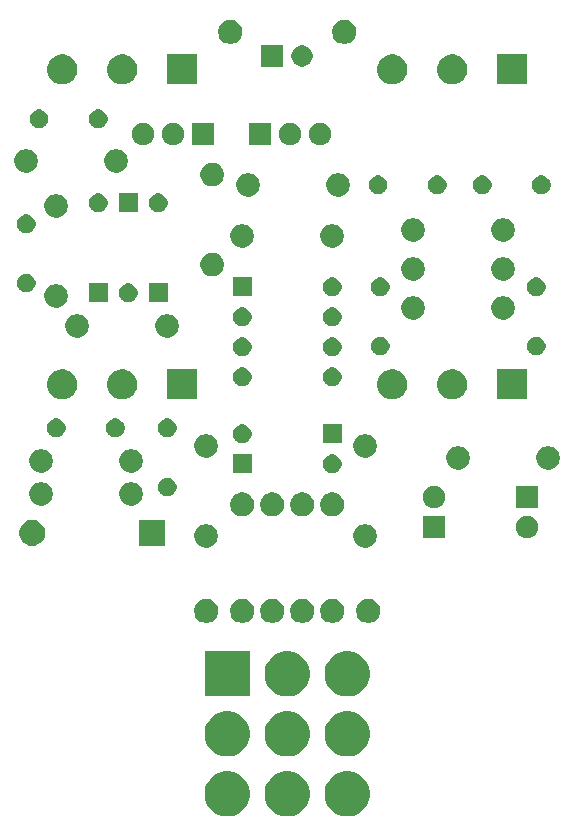
<source format=gbr>
G04 #@! TF.GenerationSoftware,KiCad,Pcbnew,(5.1.6-0-10_14)*
G04 #@! TF.CreationDate,2020-09-27T09:55:32+02:00*
G04 #@! TF.ProjectId,simble-overdrive,73696d62-6c65-42d6-9f76-657264726976,rev?*
G04 #@! TF.SameCoordinates,Original*
G04 #@! TF.FileFunction,Soldermask,Bot*
G04 #@! TF.FilePolarity,Negative*
%FSLAX46Y46*%
G04 Gerber Fmt 4.6, Leading zero omitted, Abs format (unit mm)*
G04 Created by KiCad (PCBNEW (5.1.6-0-10_14)) date 2020-09-27 09:55:32*
%MOMM*%
%LPD*%
G01*
G04 APERTURE LIST*
%ADD10C,0.100000*%
G04 APERTURE END LIST*
D10*
G36*
X100886543Y-143961323D02*
G01*
X101233777Y-144105152D01*
X101546279Y-144313960D01*
X101812040Y-144579721D01*
X102020848Y-144892223D01*
X102164677Y-145239457D01*
X102238000Y-145608078D01*
X102238000Y-145983922D01*
X102164677Y-146352543D01*
X102020848Y-146699777D01*
X101812040Y-147012279D01*
X101546279Y-147278040D01*
X101233777Y-147486848D01*
X100886543Y-147630677D01*
X100517922Y-147704000D01*
X100142078Y-147704000D01*
X99773457Y-147630677D01*
X99426223Y-147486848D01*
X99113721Y-147278040D01*
X98847960Y-147012279D01*
X98639152Y-146699777D01*
X98495323Y-146352543D01*
X98422000Y-145983922D01*
X98422000Y-145608078D01*
X98495323Y-145239457D01*
X98639152Y-144892223D01*
X98847960Y-144579721D01*
X99113721Y-144313960D01*
X99426223Y-144105152D01*
X99773457Y-143961323D01*
X100142078Y-143888000D01*
X100517922Y-143888000D01*
X100886543Y-143961323D01*
G37*
G36*
X95806543Y-143961323D02*
G01*
X96153777Y-144105152D01*
X96466279Y-144313960D01*
X96732040Y-144579721D01*
X96940848Y-144892223D01*
X97084677Y-145239457D01*
X97158000Y-145608078D01*
X97158000Y-145983922D01*
X97084677Y-146352543D01*
X96940848Y-146699777D01*
X96732040Y-147012279D01*
X96466279Y-147278040D01*
X96153777Y-147486848D01*
X95806543Y-147630677D01*
X95437922Y-147704000D01*
X95062078Y-147704000D01*
X94693457Y-147630677D01*
X94346223Y-147486848D01*
X94033721Y-147278040D01*
X93767960Y-147012279D01*
X93559152Y-146699777D01*
X93415323Y-146352543D01*
X93342000Y-145983922D01*
X93342000Y-145608078D01*
X93415323Y-145239457D01*
X93559152Y-144892223D01*
X93767960Y-144579721D01*
X94033721Y-144313960D01*
X94346223Y-144105152D01*
X94693457Y-143961323D01*
X95062078Y-143888000D01*
X95437922Y-143888000D01*
X95806543Y-143961323D01*
G37*
G36*
X90726543Y-143961323D02*
G01*
X91073777Y-144105152D01*
X91386279Y-144313960D01*
X91652040Y-144579721D01*
X91860848Y-144892223D01*
X92004677Y-145239457D01*
X92078000Y-145608078D01*
X92078000Y-145983922D01*
X92004677Y-146352543D01*
X91860848Y-146699777D01*
X91652040Y-147012279D01*
X91386279Y-147278040D01*
X91073777Y-147486848D01*
X90726543Y-147630677D01*
X90357922Y-147704000D01*
X89982078Y-147704000D01*
X89613457Y-147630677D01*
X89266223Y-147486848D01*
X88953721Y-147278040D01*
X88687960Y-147012279D01*
X88479152Y-146699777D01*
X88335323Y-146352543D01*
X88262000Y-145983922D01*
X88262000Y-145608078D01*
X88335323Y-145239457D01*
X88479152Y-144892223D01*
X88687960Y-144579721D01*
X88953721Y-144313960D01*
X89266223Y-144105152D01*
X89613457Y-143961323D01*
X89982078Y-143888000D01*
X90357922Y-143888000D01*
X90726543Y-143961323D01*
G37*
G36*
X100886543Y-138881323D02*
G01*
X101233777Y-139025152D01*
X101546279Y-139233960D01*
X101812040Y-139499721D01*
X102020848Y-139812223D01*
X102164677Y-140159457D01*
X102238000Y-140528078D01*
X102238000Y-140903922D01*
X102164677Y-141272543D01*
X102020848Y-141619777D01*
X101812040Y-141932279D01*
X101546279Y-142198040D01*
X101233777Y-142406848D01*
X100886543Y-142550677D01*
X100517922Y-142624000D01*
X100142078Y-142624000D01*
X99773457Y-142550677D01*
X99426223Y-142406848D01*
X99113721Y-142198040D01*
X98847960Y-141932279D01*
X98639152Y-141619777D01*
X98495323Y-141272543D01*
X98422000Y-140903922D01*
X98422000Y-140528078D01*
X98495323Y-140159457D01*
X98639152Y-139812223D01*
X98847960Y-139499721D01*
X99113721Y-139233960D01*
X99426223Y-139025152D01*
X99773457Y-138881323D01*
X100142078Y-138808000D01*
X100517922Y-138808000D01*
X100886543Y-138881323D01*
G37*
G36*
X95806543Y-138881323D02*
G01*
X96153777Y-139025152D01*
X96466279Y-139233960D01*
X96732040Y-139499721D01*
X96940848Y-139812223D01*
X97084677Y-140159457D01*
X97158000Y-140528078D01*
X97158000Y-140903922D01*
X97084677Y-141272543D01*
X96940848Y-141619777D01*
X96732040Y-141932279D01*
X96466279Y-142198040D01*
X96153777Y-142406848D01*
X95806543Y-142550677D01*
X95437922Y-142624000D01*
X95062078Y-142624000D01*
X94693457Y-142550677D01*
X94346223Y-142406848D01*
X94033721Y-142198040D01*
X93767960Y-141932279D01*
X93559152Y-141619777D01*
X93415323Y-141272543D01*
X93342000Y-140903922D01*
X93342000Y-140528078D01*
X93415323Y-140159457D01*
X93559152Y-139812223D01*
X93767960Y-139499721D01*
X94033721Y-139233960D01*
X94346223Y-139025152D01*
X94693457Y-138881323D01*
X95062078Y-138808000D01*
X95437922Y-138808000D01*
X95806543Y-138881323D01*
G37*
G36*
X90726543Y-138881323D02*
G01*
X91073777Y-139025152D01*
X91386279Y-139233960D01*
X91652040Y-139499721D01*
X91860848Y-139812223D01*
X92004677Y-140159457D01*
X92078000Y-140528078D01*
X92078000Y-140903922D01*
X92004677Y-141272543D01*
X91860848Y-141619777D01*
X91652040Y-141932279D01*
X91386279Y-142198040D01*
X91073777Y-142406848D01*
X90726543Y-142550677D01*
X90357922Y-142624000D01*
X89982078Y-142624000D01*
X89613457Y-142550677D01*
X89266223Y-142406848D01*
X88953721Y-142198040D01*
X88687960Y-141932279D01*
X88479152Y-141619777D01*
X88335323Y-141272543D01*
X88262000Y-140903922D01*
X88262000Y-140528078D01*
X88335323Y-140159457D01*
X88479152Y-139812223D01*
X88687960Y-139499721D01*
X88953721Y-139233960D01*
X89266223Y-139025152D01*
X89613457Y-138881323D01*
X89982078Y-138808000D01*
X90357922Y-138808000D01*
X90726543Y-138881323D01*
G37*
G36*
X92078000Y-137544000D02*
G01*
X88262000Y-137544000D01*
X88262000Y-133728000D01*
X92078000Y-133728000D01*
X92078000Y-137544000D01*
G37*
G36*
X100886543Y-133801323D02*
G01*
X101233777Y-133945152D01*
X101546279Y-134153960D01*
X101812040Y-134419721D01*
X102020848Y-134732223D01*
X102164677Y-135079457D01*
X102238000Y-135448078D01*
X102238000Y-135823922D01*
X102164677Y-136192543D01*
X102020848Y-136539777D01*
X101812040Y-136852279D01*
X101546279Y-137118040D01*
X101233777Y-137326848D01*
X100886543Y-137470677D01*
X100517922Y-137544000D01*
X100142078Y-137544000D01*
X99773457Y-137470677D01*
X99426223Y-137326848D01*
X99113721Y-137118040D01*
X98847960Y-136852279D01*
X98639152Y-136539777D01*
X98495323Y-136192543D01*
X98422000Y-135823922D01*
X98422000Y-135448078D01*
X98495323Y-135079457D01*
X98639152Y-134732223D01*
X98847960Y-134419721D01*
X99113721Y-134153960D01*
X99426223Y-133945152D01*
X99773457Y-133801323D01*
X100142078Y-133728000D01*
X100517922Y-133728000D01*
X100886543Y-133801323D01*
G37*
G36*
X95806543Y-133801323D02*
G01*
X96153777Y-133945152D01*
X96466279Y-134153960D01*
X96732040Y-134419721D01*
X96940848Y-134732223D01*
X97084677Y-135079457D01*
X97158000Y-135448078D01*
X97158000Y-135823922D01*
X97084677Y-136192543D01*
X96940848Y-136539777D01*
X96732040Y-136852279D01*
X96466279Y-137118040D01*
X96153777Y-137326848D01*
X95806543Y-137470677D01*
X95437922Y-137544000D01*
X95062078Y-137544000D01*
X94693457Y-137470677D01*
X94346223Y-137326848D01*
X94033721Y-137118040D01*
X93767960Y-136852279D01*
X93559152Y-136539777D01*
X93415323Y-136192543D01*
X93342000Y-135823922D01*
X93342000Y-135448078D01*
X93415323Y-135079457D01*
X93559152Y-134732223D01*
X93767960Y-134419721D01*
X94033721Y-134153960D01*
X94346223Y-133945152D01*
X94693457Y-133801323D01*
X95062078Y-133728000D01*
X95437922Y-133728000D01*
X95806543Y-133801323D01*
G37*
G36*
X91736356Y-129325044D02*
G01*
X91921256Y-129401632D01*
X92087662Y-129512821D01*
X92229179Y-129654338D01*
X92340368Y-129820744D01*
X92416956Y-130005644D01*
X92456000Y-130201933D01*
X92456000Y-130402067D01*
X92416956Y-130598356D01*
X92340368Y-130783256D01*
X92229179Y-130949662D01*
X92087662Y-131091179D01*
X91921256Y-131202368D01*
X91736356Y-131278956D01*
X91540067Y-131318000D01*
X91339933Y-131318000D01*
X91143644Y-131278956D01*
X90958744Y-131202368D01*
X90792338Y-131091179D01*
X90650821Y-130949662D01*
X90539632Y-130783256D01*
X90463044Y-130598356D01*
X90424000Y-130402067D01*
X90424000Y-130201933D01*
X90463044Y-130005644D01*
X90539632Y-129820744D01*
X90650821Y-129654338D01*
X90792338Y-129512821D01*
X90958744Y-129401632D01*
X91143644Y-129325044D01*
X91339933Y-129286000D01*
X91540067Y-129286000D01*
X91736356Y-129325044D01*
G37*
G36*
X99356356Y-129325044D02*
G01*
X99541256Y-129401632D01*
X99707662Y-129512821D01*
X99849179Y-129654338D01*
X99960368Y-129820744D01*
X100036956Y-130005644D01*
X100076000Y-130201933D01*
X100076000Y-130402067D01*
X100036956Y-130598356D01*
X99960368Y-130783256D01*
X99849179Y-130949662D01*
X99707662Y-131091179D01*
X99541256Y-131202368D01*
X99356356Y-131278956D01*
X99160067Y-131318000D01*
X98959933Y-131318000D01*
X98763644Y-131278956D01*
X98578744Y-131202368D01*
X98412338Y-131091179D01*
X98270821Y-130949662D01*
X98159632Y-130783256D01*
X98083044Y-130598356D01*
X98044000Y-130402067D01*
X98044000Y-130201933D01*
X98083044Y-130005644D01*
X98159632Y-129820744D01*
X98270821Y-129654338D01*
X98412338Y-129512821D01*
X98578744Y-129401632D01*
X98763644Y-129325044D01*
X98959933Y-129286000D01*
X99160067Y-129286000D01*
X99356356Y-129325044D01*
G37*
G36*
X94276356Y-129325044D02*
G01*
X94461256Y-129401632D01*
X94627662Y-129512821D01*
X94769179Y-129654338D01*
X94880368Y-129820744D01*
X94956956Y-130005644D01*
X94996000Y-130201933D01*
X94996000Y-130402067D01*
X94956956Y-130598356D01*
X94880368Y-130783256D01*
X94769179Y-130949662D01*
X94627662Y-131091179D01*
X94461256Y-131202368D01*
X94276356Y-131278956D01*
X94080067Y-131318000D01*
X93879933Y-131318000D01*
X93683644Y-131278956D01*
X93498744Y-131202368D01*
X93332338Y-131091179D01*
X93190821Y-130949662D01*
X93079632Y-130783256D01*
X93003044Y-130598356D01*
X92964000Y-130402067D01*
X92964000Y-130201933D01*
X93003044Y-130005644D01*
X93079632Y-129820744D01*
X93190821Y-129654338D01*
X93332338Y-129512821D01*
X93498744Y-129401632D01*
X93683644Y-129325044D01*
X93879933Y-129286000D01*
X94080067Y-129286000D01*
X94276356Y-129325044D01*
G37*
G36*
X102404356Y-129325044D02*
G01*
X102589256Y-129401632D01*
X102755662Y-129512821D01*
X102897179Y-129654338D01*
X103008368Y-129820744D01*
X103084956Y-130005644D01*
X103124000Y-130201933D01*
X103124000Y-130402067D01*
X103084956Y-130598356D01*
X103008368Y-130783256D01*
X102897179Y-130949662D01*
X102755662Y-131091179D01*
X102589256Y-131202368D01*
X102404356Y-131278956D01*
X102208067Y-131318000D01*
X102007933Y-131318000D01*
X101811644Y-131278956D01*
X101626744Y-131202368D01*
X101460338Y-131091179D01*
X101318821Y-130949662D01*
X101207632Y-130783256D01*
X101131044Y-130598356D01*
X101092000Y-130402067D01*
X101092000Y-130201933D01*
X101131044Y-130005644D01*
X101207632Y-129820744D01*
X101318821Y-129654338D01*
X101460338Y-129512821D01*
X101626744Y-129401632D01*
X101811644Y-129325044D01*
X102007933Y-129286000D01*
X102208067Y-129286000D01*
X102404356Y-129325044D01*
G37*
G36*
X88688356Y-129325044D02*
G01*
X88873256Y-129401632D01*
X89039662Y-129512821D01*
X89181179Y-129654338D01*
X89292368Y-129820744D01*
X89368956Y-130005644D01*
X89408000Y-130201933D01*
X89408000Y-130402067D01*
X89368956Y-130598356D01*
X89292368Y-130783256D01*
X89181179Y-130949662D01*
X89039662Y-131091179D01*
X88873256Y-131202368D01*
X88688356Y-131278956D01*
X88492067Y-131318000D01*
X88291933Y-131318000D01*
X88095644Y-131278956D01*
X87910744Y-131202368D01*
X87744338Y-131091179D01*
X87602821Y-130949662D01*
X87491632Y-130783256D01*
X87415044Y-130598356D01*
X87376000Y-130402067D01*
X87376000Y-130201933D01*
X87415044Y-130005644D01*
X87491632Y-129820744D01*
X87602821Y-129654338D01*
X87744338Y-129512821D01*
X87910744Y-129401632D01*
X88095644Y-129325044D01*
X88291933Y-129286000D01*
X88492067Y-129286000D01*
X88688356Y-129325044D01*
G37*
G36*
X96816356Y-129325044D02*
G01*
X97001256Y-129401632D01*
X97167662Y-129512821D01*
X97309179Y-129654338D01*
X97420368Y-129820744D01*
X97496956Y-130005644D01*
X97536000Y-130201933D01*
X97536000Y-130402067D01*
X97496956Y-130598356D01*
X97420368Y-130783256D01*
X97309179Y-130949662D01*
X97167662Y-131091179D01*
X97001256Y-131202368D01*
X96816356Y-131278956D01*
X96620067Y-131318000D01*
X96419933Y-131318000D01*
X96223644Y-131278956D01*
X96038744Y-131202368D01*
X95872338Y-131091179D01*
X95730821Y-130949662D01*
X95619632Y-130783256D01*
X95543044Y-130598356D01*
X95504000Y-130402067D01*
X95504000Y-130201933D01*
X95543044Y-130005644D01*
X95619632Y-129820744D01*
X95730821Y-129654338D01*
X95872338Y-129512821D01*
X96038744Y-129401632D01*
X96223644Y-129325044D01*
X96419933Y-129286000D01*
X96620067Y-129286000D01*
X96816356Y-129325044D01*
G37*
G36*
X88683689Y-122990429D02*
G01*
X88865678Y-123065811D01*
X89029463Y-123175249D01*
X89168751Y-123314537D01*
X89278189Y-123478322D01*
X89353571Y-123660311D01*
X89392000Y-123853509D01*
X89392000Y-124050491D01*
X89353571Y-124243689D01*
X89278189Y-124425678D01*
X89168751Y-124589463D01*
X89029463Y-124728751D01*
X88865678Y-124838189D01*
X88683689Y-124913571D01*
X88490491Y-124952000D01*
X88293509Y-124952000D01*
X88100311Y-124913571D01*
X87918322Y-124838189D01*
X87754537Y-124728751D01*
X87615249Y-124589463D01*
X87505811Y-124425678D01*
X87430429Y-124243689D01*
X87392000Y-124050491D01*
X87392000Y-123853509D01*
X87430429Y-123660311D01*
X87505811Y-123478322D01*
X87615249Y-123314537D01*
X87754537Y-123175249D01*
X87918322Y-123065811D01*
X88100311Y-122990429D01*
X88293509Y-122952000D01*
X88490491Y-122952000D01*
X88683689Y-122990429D01*
G37*
G36*
X102145689Y-122990429D02*
G01*
X102327678Y-123065811D01*
X102491463Y-123175249D01*
X102630751Y-123314537D01*
X102740189Y-123478322D01*
X102815571Y-123660311D01*
X102854000Y-123853509D01*
X102854000Y-124050491D01*
X102815571Y-124243689D01*
X102740189Y-124425678D01*
X102630751Y-124589463D01*
X102491463Y-124728751D01*
X102327678Y-124838189D01*
X102145689Y-124913571D01*
X101952491Y-124952000D01*
X101755509Y-124952000D01*
X101562311Y-124913571D01*
X101380322Y-124838189D01*
X101216537Y-124728751D01*
X101077249Y-124589463D01*
X100967811Y-124425678D01*
X100892429Y-124243689D01*
X100854000Y-124050491D01*
X100854000Y-123853509D01*
X100892429Y-123660311D01*
X100967811Y-123478322D01*
X101077249Y-123314537D01*
X101216537Y-123175249D01*
X101380322Y-123065811D01*
X101562311Y-122990429D01*
X101755509Y-122952000D01*
X101952491Y-122952000D01*
X102145689Y-122990429D01*
G37*
G36*
X84920000Y-124798000D02*
G01*
X82720000Y-124798000D01*
X82720000Y-122598000D01*
X84920000Y-122598000D01*
X84920000Y-124798000D01*
G37*
G36*
X73910019Y-122626182D02*
G01*
X73980859Y-122640273D01*
X74181045Y-122723192D01*
X74361210Y-122843576D01*
X74514424Y-122996790D01*
X74634808Y-123176955D01*
X74717727Y-123377141D01*
X74717727Y-123377142D01*
X74760000Y-123589659D01*
X74760000Y-123806341D01*
X74750617Y-123853510D01*
X74717727Y-124018859D01*
X74634808Y-124219045D01*
X74514424Y-124399210D01*
X74361210Y-124552424D01*
X74181045Y-124672808D01*
X73980859Y-124755727D01*
X73910019Y-124769818D01*
X73768341Y-124798000D01*
X73551659Y-124798000D01*
X73409981Y-124769818D01*
X73339141Y-124755727D01*
X73138955Y-124672808D01*
X72958790Y-124552424D01*
X72805576Y-124399210D01*
X72685192Y-124219045D01*
X72602273Y-124018859D01*
X72569383Y-123853510D01*
X72560000Y-123806341D01*
X72560000Y-123589659D01*
X72602273Y-123377142D01*
X72602273Y-123377141D01*
X72685192Y-123176955D01*
X72805576Y-122996790D01*
X72958790Y-122843576D01*
X73138955Y-122723192D01*
X73339141Y-122640273D01*
X73409981Y-122626182D01*
X73551659Y-122598000D01*
X73768341Y-122598000D01*
X73910019Y-122626182D01*
G37*
G36*
X115851538Y-122261892D02*
G01*
X116027194Y-122334651D01*
X116185279Y-122440280D01*
X116319720Y-122574721D01*
X116425349Y-122732806D01*
X116498108Y-122908462D01*
X116535200Y-123094936D01*
X116535200Y-123285064D01*
X116498108Y-123471538D01*
X116425349Y-123647194D01*
X116319720Y-123805279D01*
X116185279Y-123939720D01*
X116027194Y-124045349D01*
X115851538Y-124118108D01*
X115665064Y-124155200D01*
X115474936Y-124155200D01*
X115288462Y-124118108D01*
X115112806Y-124045349D01*
X114954721Y-123939720D01*
X114820280Y-123805279D01*
X114714651Y-123647194D01*
X114641892Y-123471538D01*
X114604800Y-123285064D01*
X114604800Y-123094936D01*
X114641892Y-122908462D01*
X114714651Y-122732806D01*
X114820280Y-122574721D01*
X114954721Y-122440280D01*
X115112806Y-122334651D01*
X115288462Y-122261892D01*
X115474936Y-122224800D01*
X115665064Y-122224800D01*
X115851538Y-122261892D01*
G37*
G36*
X108661200Y-124155200D02*
G01*
X106730800Y-124155200D01*
X106730800Y-122224800D01*
X108661200Y-122224800D01*
X108661200Y-124155200D01*
G37*
G36*
X99356356Y-120308044D02*
G01*
X99541256Y-120384632D01*
X99707662Y-120495821D01*
X99849179Y-120637338D01*
X99960368Y-120803744D01*
X100036956Y-120988644D01*
X100076000Y-121184933D01*
X100076000Y-121385067D01*
X100036956Y-121581356D01*
X99960368Y-121766256D01*
X99849179Y-121932662D01*
X99707662Y-122074179D01*
X99541256Y-122185368D01*
X99356356Y-122261956D01*
X99160067Y-122301000D01*
X98959933Y-122301000D01*
X98763644Y-122261956D01*
X98578744Y-122185368D01*
X98412338Y-122074179D01*
X98270821Y-121932662D01*
X98159632Y-121766256D01*
X98083044Y-121581356D01*
X98044000Y-121385067D01*
X98044000Y-121184933D01*
X98083044Y-120988644D01*
X98159632Y-120803744D01*
X98270821Y-120637338D01*
X98412338Y-120495821D01*
X98578744Y-120384632D01*
X98763644Y-120308044D01*
X98959933Y-120269000D01*
X99160067Y-120269000D01*
X99356356Y-120308044D01*
G37*
G36*
X91736356Y-120308044D02*
G01*
X91921256Y-120384632D01*
X92087662Y-120495821D01*
X92229179Y-120637338D01*
X92340368Y-120803744D01*
X92416956Y-120988644D01*
X92456000Y-121184933D01*
X92456000Y-121385067D01*
X92416956Y-121581356D01*
X92340368Y-121766256D01*
X92229179Y-121932662D01*
X92087662Y-122074179D01*
X91921256Y-122185368D01*
X91736356Y-122261956D01*
X91540067Y-122301000D01*
X91339933Y-122301000D01*
X91143644Y-122261956D01*
X90958744Y-122185368D01*
X90792338Y-122074179D01*
X90650821Y-121932662D01*
X90539632Y-121766256D01*
X90463044Y-121581356D01*
X90424000Y-121385067D01*
X90424000Y-121184933D01*
X90463044Y-120988644D01*
X90539632Y-120803744D01*
X90650821Y-120637338D01*
X90792338Y-120495821D01*
X90958744Y-120384632D01*
X91143644Y-120308044D01*
X91339933Y-120269000D01*
X91540067Y-120269000D01*
X91736356Y-120308044D01*
G37*
G36*
X96816356Y-120308044D02*
G01*
X97001256Y-120384632D01*
X97167662Y-120495821D01*
X97309179Y-120637338D01*
X97420368Y-120803744D01*
X97496956Y-120988644D01*
X97536000Y-121184933D01*
X97536000Y-121385067D01*
X97496956Y-121581356D01*
X97420368Y-121766256D01*
X97309179Y-121932662D01*
X97167662Y-122074179D01*
X97001256Y-122185368D01*
X96816356Y-122261956D01*
X96620067Y-122301000D01*
X96419933Y-122301000D01*
X96223644Y-122261956D01*
X96038744Y-122185368D01*
X95872338Y-122074179D01*
X95730821Y-121932662D01*
X95619632Y-121766256D01*
X95543044Y-121581356D01*
X95504000Y-121385067D01*
X95504000Y-121184933D01*
X95543044Y-120988644D01*
X95619632Y-120803744D01*
X95730821Y-120637338D01*
X95872338Y-120495821D01*
X96038744Y-120384632D01*
X96223644Y-120308044D01*
X96419933Y-120269000D01*
X96620067Y-120269000D01*
X96816356Y-120308044D01*
G37*
G36*
X94276356Y-120308044D02*
G01*
X94461256Y-120384632D01*
X94627662Y-120495821D01*
X94769179Y-120637338D01*
X94880368Y-120803744D01*
X94956956Y-120988644D01*
X94996000Y-121184933D01*
X94996000Y-121385067D01*
X94956956Y-121581356D01*
X94880368Y-121766256D01*
X94769179Y-121932662D01*
X94627662Y-122074179D01*
X94461256Y-122185368D01*
X94276356Y-122261956D01*
X94080067Y-122301000D01*
X93879933Y-122301000D01*
X93683644Y-122261956D01*
X93498744Y-122185368D01*
X93332338Y-122074179D01*
X93190821Y-121932662D01*
X93079632Y-121766256D01*
X93003044Y-121581356D01*
X92964000Y-121385067D01*
X92964000Y-121184933D01*
X93003044Y-120988644D01*
X93079632Y-120803744D01*
X93190821Y-120637338D01*
X93332338Y-120495821D01*
X93498744Y-120384632D01*
X93683644Y-120308044D01*
X93879933Y-120269000D01*
X94080067Y-120269000D01*
X94276356Y-120308044D01*
G37*
G36*
X107977538Y-119721892D02*
G01*
X108153194Y-119794651D01*
X108311279Y-119900280D01*
X108445720Y-120034721D01*
X108551349Y-120192806D01*
X108624108Y-120368462D01*
X108661200Y-120554936D01*
X108661200Y-120745064D01*
X108624108Y-120931538D01*
X108551349Y-121107194D01*
X108445720Y-121265279D01*
X108311279Y-121399720D01*
X108153194Y-121505349D01*
X107977538Y-121578108D01*
X107791064Y-121615200D01*
X107600936Y-121615200D01*
X107414462Y-121578108D01*
X107238806Y-121505349D01*
X107080721Y-121399720D01*
X106946280Y-121265279D01*
X106840651Y-121107194D01*
X106767892Y-120931538D01*
X106730800Y-120745064D01*
X106730800Y-120554936D01*
X106767892Y-120368462D01*
X106840651Y-120192806D01*
X106946280Y-120034721D01*
X107080721Y-119900280D01*
X107238806Y-119794651D01*
X107414462Y-119721892D01*
X107600936Y-119684800D01*
X107791064Y-119684800D01*
X107977538Y-119721892D01*
G37*
G36*
X116535200Y-121615200D02*
G01*
X114604800Y-121615200D01*
X114604800Y-119684800D01*
X116535200Y-119684800D01*
X116535200Y-121615200D01*
G37*
G36*
X82333689Y-119434429D02*
G01*
X82515678Y-119509811D01*
X82679463Y-119619249D01*
X82818751Y-119758537D01*
X82928189Y-119922322D01*
X83003571Y-120104311D01*
X83042000Y-120297509D01*
X83042000Y-120494491D01*
X83003571Y-120687689D01*
X82928189Y-120869678D01*
X82818751Y-121033463D01*
X82679463Y-121172751D01*
X82515678Y-121282189D01*
X82333689Y-121357571D01*
X82140491Y-121396000D01*
X81943509Y-121396000D01*
X81750311Y-121357571D01*
X81568322Y-121282189D01*
X81404537Y-121172751D01*
X81265249Y-121033463D01*
X81155811Y-120869678D01*
X81080429Y-120687689D01*
X81042000Y-120494491D01*
X81042000Y-120297509D01*
X81080429Y-120104311D01*
X81155811Y-119922322D01*
X81265249Y-119758537D01*
X81404537Y-119619249D01*
X81568322Y-119509811D01*
X81750311Y-119434429D01*
X81943509Y-119396000D01*
X82140491Y-119396000D01*
X82333689Y-119434429D01*
G37*
G36*
X74713689Y-119434429D02*
G01*
X74895678Y-119509811D01*
X75059463Y-119619249D01*
X75198751Y-119758537D01*
X75308189Y-119922322D01*
X75383571Y-120104311D01*
X75422000Y-120297509D01*
X75422000Y-120494491D01*
X75383571Y-120687689D01*
X75308189Y-120869678D01*
X75198751Y-121033463D01*
X75059463Y-121172751D01*
X74895678Y-121282189D01*
X74713689Y-121357571D01*
X74520491Y-121396000D01*
X74323509Y-121396000D01*
X74130311Y-121357571D01*
X73948322Y-121282189D01*
X73784537Y-121172751D01*
X73645249Y-121033463D01*
X73535811Y-120869678D01*
X73460429Y-120687689D01*
X73422000Y-120494491D01*
X73422000Y-120297509D01*
X73460429Y-120104311D01*
X73535811Y-119922322D01*
X73645249Y-119758537D01*
X73784537Y-119619249D01*
X73948322Y-119509811D01*
X74130311Y-119434429D01*
X74323509Y-119396000D01*
X74520491Y-119396000D01*
X74713689Y-119434429D01*
G37*
G36*
X85323351Y-119038743D02*
G01*
X85468942Y-119099049D01*
X85599970Y-119186599D01*
X85711401Y-119298030D01*
X85798951Y-119429058D01*
X85859257Y-119574649D01*
X85890000Y-119729207D01*
X85890000Y-119886793D01*
X85859257Y-120041351D01*
X85798951Y-120186942D01*
X85711401Y-120317970D01*
X85599970Y-120429401D01*
X85468942Y-120516951D01*
X85323351Y-120577257D01*
X85168793Y-120608000D01*
X85011207Y-120608000D01*
X84856649Y-120577257D01*
X84711058Y-120516951D01*
X84580030Y-120429401D01*
X84468599Y-120317970D01*
X84381049Y-120186942D01*
X84320743Y-120041351D01*
X84290000Y-119886793D01*
X84290000Y-119729207D01*
X84320743Y-119574649D01*
X84381049Y-119429058D01*
X84468599Y-119298030D01*
X84580030Y-119186599D01*
X84711058Y-119099049D01*
X84856649Y-119038743D01*
X85011207Y-119008000D01*
X85168793Y-119008000D01*
X85323351Y-119038743D01*
G37*
G36*
X92240000Y-118656000D02*
G01*
X90640000Y-118656000D01*
X90640000Y-117056000D01*
X92240000Y-117056000D01*
X92240000Y-118656000D01*
G37*
G36*
X99293351Y-117086743D02*
G01*
X99438942Y-117147049D01*
X99569970Y-117234599D01*
X99681401Y-117346030D01*
X99768951Y-117477058D01*
X99829257Y-117622649D01*
X99860000Y-117777207D01*
X99860000Y-117934793D01*
X99829257Y-118089351D01*
X99768951Y-118234942D01*
X99681401Y-118365970D01*
X99569970Y-118477401D01*
X99438942Y-118564951D01*
X99293351Y-118625257D01*
X99138793Y-118656000D01*
X98981207Y-118656000D01*
X98826649Y-118625257D01*
X98681058Y-118564951D01*
X98550030Y-118477401D01*
X98438599Y-118365970D01*
X98351049Y-118234942D01*
X98290743Y-118089351D01*
X98260000Y-117934793D01*
X98260000Y-117777207D01*
X98290743Y-117622649D01*
X98351049Y-117477058D01*
X98438599Y-117346030D01*
X98550030Y-117234599D01*
X98681058Y-117147049D01*
X98826649Y-117086743D01*
X98981207Y-117056000D01*
X99138793Y-117056000D01*
X99293351Y-117086743D01*
G37*
G36*
X74713689Y-116640429D02*
G01*
X74895678Y-116715811D01*
X75059463Y-116825249D01*
X75198751Y-116964537D01*
X75308189Y-117128322D01*
X75383571Y-117310311D01*
X75422000Y-117503509D01*
X75422000Y-117700491D01*
X75383571Y-117893689D01*
X75308189Y-118075678D01*
X75198751Y-118239463D01*
X75059463Y-118378751D01*
X74895678Y-118488189D01*
X74713689Y-118563571D01*
X74520491Y-118602000D01*
X74323509Y-118602000D01*
X74130311Y-118563571D01*
X73948322Y-118488189D01*
X73784537Y-118378751D01*
X73645249Y-118239463D01*
X73535811Y-118075678D01*
X73460429Y-117893689D01*
X73422000Y-117700491D01*
X73422000Y-117503509D01*
X73460429Y-117310311D01*
X73535811Y-117128322D01*
X73645249Y-116964537D01*
X73784537Y-116825249D01*
X73948322Y-116715811D01*
X74130311Y-116640429D01*
X74323509Y-116602000D01*
X74520491Y-116602000D01*
X74713689Y-116640429D01*
G37*
G36*
X82333689Y-116640429D02*
G01*
X82515678Y-116715811D01*
X82679463Y-116825249D01*
X82818751Y-116964537D01*
X82928189Y-117128322D01*
X83003571Y-117310311D01*
X83042000Y-117503509D01*
X83042000Y-117700491D01*
X83003571Y-117893689D01*
X82928189Y-118075678D01*
X82818751Y-118239463D01*
X82679463Y-118378751D01*
X82515678Y-118488189D01*
X82333689Y-118563571D01*
X82140491Y-118602000D01*
X81943509Y-118602000D01*
X81750311Y-118563571D01*
X81568322Y-118488189D01*
X81404537Y-118378751D01*
X81265249Y-118239463D01*
X81155811Y-118075678D01*
X81080429Y-117893689D01*
X81042000Y-117700491D01*
X81042000Y-117503509D01*
X81080429Y-117310311D01*
X81155811Y-117128322D01*
X81265249Y-116964537D01*
X81404537Y-116825249D01*
X81568322Y-116715811D01*
X81750311Y-116640429D01*
X81943509Y-116602000D01*
X82140491Y-116602000D01*
X82333689Y-116640429D01*
G37*
G36*
X110019689Y-116386429D02*
G01*
X110201678Y-116461811D01*
X110365463Y-116571249D01*
X110504751Y-116710537D01*
X110614189Y-116874322D01*
X110689571Y-117056311D01*
X110728000Y-117249509D01*
X110728000Y-117446491D01*
X110689571Y-117639689D01*
X110614189Y-117821678D01*
X110504751Y-117985463D01*
X110365463Y-118124751D01*
X110201678Y-118234189D01*
X110019689Y-118309571D01*
X109826491Y-118348000D01*
X109629509Y-118348000D01*
X109436311Y-118309571D01*
X109254322Y-118234189D01*
X109090537Y-118124751D01*
X108951249Y-117985463D01*
X108841811Y-117821678D01*
X108766429Y-117639689D01*
X108728000Y-117446491D01*
X108728000Y-117249509D01*
X108766429Y-117056311D01*
X108841811Y-116874322D01*
X108951249Y-116710537D01*
X109090537Y-116571249D01*
X109254322Y-116461811D01*
X109436311Y-116386429D01*
X109629509Y-116348000D01*
X109826491Y-116348000D01*
X110019689Y-116386429D01*
G37*
G36*
X117639689Y-116386429D02*
G01*
X117821678Y-116461811D01*
X117985463Y-116571249D01*
X118124751Y-116710537D01*
X118234189Y-116874322D01*
X118309571Y-117056311D01*
X118348000Y-117249509D01*
X118348000Y-117446491D01*
X118309571Y-117639689D01*
X118234189Y-117821678D01*
X118124751Y-117985463D01*
X117985463Y-118124751D01*
X117821678Y-118234189D01*
X117639689Y-118309571D01*
X117446491Y-118348000D01*
X117249509Y-118348000D01*
X117056311Y-118309571D01*
X116874322Y-118234189D01*
X116710537Y-118124751D01*
X116571249Y-117985463D01*
X116461811Y-117821678D01*
X116386429Y-117639689D01*
X116348000Y-117446491D01*
X116348000Y-117249509D01*
X116386429Y-117056311D01*
X116461811Y-116874322D01*
X116571249Y-116710537D01*
X116710537Y-116571249D01*
X116874322Y-116461811D01*
X117056311Y-116386429D01*
X117249509Y-116348000D01*
X117446491Y-116348000D01*
X117639689Y-116386429D01*
G37*
G36*
X102145689Y-115370429D02*
G01*
X102327678Y-115445811D01*
X102491463Y-115555249D01*
X102630751Y-115694537D01*
X102740189Y-115858322D01*
X102815571Y-116040311D01*
X102854000Y-116233509D01*
X102854000Y-116430491D01*
X102815571Y-116623689D01*
X102740189Y-116805678D01*
X102630751Y-116969463D01*
X102491463Y-117108751D01*
X102327678Y-117218189D01*
X102145689Y-117293571D01*
X101952491Y-117332000D01*
X101755509Y-117332000D01*
X101562311Y-117293571D01*
X101380322Y-117218189D01*
X101216537Y-117108751D01*
X101077249Y-116969463D01*
X100967811Y-116805678D01*
X100892429Y-116623689D01*
X100854000Y-116430491D01*
X100854000Y-116233509D01*
X100892429Y-116040311D01*
X100967811Y-115858322D01*
X101077249Y-115694537D01*
X101216537Y-115555249D01*
X101380322Y-115445811D01*
X101562311Y-115370429D01*
X101755509Y-115332000D01*
X101952491Y-115332000D01*
X102145689Y-115370429D01*
G37*
G36*
X88683689Y-115370429D02*
G01*
X88865678Y-115445811D01*
X89029463Y-115555249D01*
X89168751Y-115694537D01*
X89278189Y-115858322D01*
X89353571Y-116040311D01*
X89392000Y-116233509D01*
X89392000Y-116430491D01*
X89353571Y-116623689D01*
X89278189Y-116805678D01*
X89168751Y-116969463D01*
X89029463Y-117108751D01*
X88865678Y-117218189D01*
X88683689Y-117293571D01*
X88490491Y-117332000D01*
X88293509Y-117332000D01*
X88100311Y-117293571D01*
X87918322Y-117218189D01*
X87754537Y-117108751D01*
X87615249Y-116969463D01*
X87505811Y-116805678D01*
X87430429Y-116623689D01*
X87392000Y-116430491D01*
X87392000Y-116233509D01*
X87430429Y-116040311D01*
X87505811Y-115858322D01*
X87615249Y-115694537D01*
X87754537Y-115555249D01*
X87918322Y-115445811D01*
X88100311Y-115370429D01*
X88293509Y-115332000D01*
X88490491Y-115332000D01*
X88683689Y-115370429D01*
G37*
G36*
X91673351Y-114546743D02*
G01*
X91818942Y-114607049D01*
X91949970Y-114694599D01*
X92061401Y-114806030D01*
X92148951Y-114937058D01*
X92209257Y-115082649D01*
X92240000Y-115237207D01*
X92240000Y-115394793D01*
X92209257Y-115549351D01*
X92148951Y-115694942D01*
X92061401Y-115825970D01*
X91949970Y-115937401D01*
X91818942Y-116024951D01*
X91673351Y-116085257D01*
X91518793Y-116116000D01*
X91361207Y-116116000D01*
X91206649Y-116085257D01*
X91061058Y-116024951D01*
X90930030Y-115937401D01*
X90818599Y-115825970D01*
X90731049Y-115694942D01*
X90670743Y-115549351D01*
X90640000Y-115394793D01*
X90640000Y-115237207D01*
X90670743Y-115082649D01*
X90731049Y-114937058D01*
X90818599Y-114806030D01*
X90930030Y-114694599D01*
X91061058Y-114607049D01*
X91206649Y-114546743D01*
X91361207Y-114516000D01*
X91518793Y-114516000D01*
X91673351Y-114546743D01*
G37*
G36*
X99860000Y-116116000D02*
G01*
X98260000Y-116116000D01*
X98260000Y-114516000D01*
X99860000Y-114516000D01*
X99860000Y-116116000D01*
G37*
G36*
X85323351Y-114038743D02*
G01*
X85468942Y-114099049D01*
X85599970Y-114186599D01*
X85711401Y-114298030D01*
X85798951Y-114429058D01*
X85859257Y-114574649D01*
X85890000Y-114729207D01*
X85890000Y-114886793D01*
X85859257Y-115041351D01*
X85798951Y-115186942D01*
X85711401Y-115317970D01*
X85599970Y-115429401D01*
X85468942Y-115516951D01*
X85323351Y-115577257D01*
X85168793Y-115608000D01*
X85011207Y-115608000D01*
X84856649Y-115577257D01*
X84711058Y-115516951D01*
X84580030Y-115429401D01*
X84468599Y-115317970D01*
X84381049Y-115186942D01*
X84320743Y-115041351D01*
X84290000Y-114886793D01*
X84290000Y-114729207D01*
X84320743Y-114574649D01*
X84381049Y-114429058D01*
X84468599Y-114298030D01*
X84580030Y-114186599D01*
X84711058Y-114099049D01*
X84856649Y-114038743D01*
X85011207Y-114008000D01*
X85168793Y-114008000D01*
X85323351Y-114038743D01*
G37*
G36*
X80925351Y-114038743D02*
G01*
X81070942Y-114099049D01*
X81201970Y-114186599D01*
X81313401Y-114298030D01*
X81400951Y-114429058D01*
X81461257Y-114574649D01*
X81492000Y-114729207D01*
X81492000Y-114886793D01*
X81461257Y-115041351D01*
X81400951Y-115186942D01*
X81313401Y-115317970D01*
X81201970Y-115429401D01*
X81070942Y-115516951D01*
X80925351Y-115577257D01*
X80770793Y-115608000D01*
X80613207Y-115608000D01*
X80458649Y-115577257D01*
X80313058Y-115516951D01*
X80182030Y-115429401D01*
X80070599Y-115317970D01*
X79983049Y-115186942D01*
X79922743Y-115041351D01*
X79892000Y-114886793D01*
X79892000Y-114729207D01*
X79922743Y-114574649D01*
X79983049Y-114429058D01*
X80070599Y-114298030D01*
X80182030Y-114186599D01*
X80313058Y-114099049D01*
X80458649Y-114038743D01*
X80613207Y-114008000D01*
X80770793Y-114008000D01*
X80925351Y-114038743D01*
G37*
G36*
X75925351Y-114038743D02*
G01*
X76070942Y-114099049D01*
X76201970Y-114186599D01*
X76313401Y-114298030D01*
X76400951Y-114429058D01*
X76461257Y-114574649D01*
X76492000Y-114729207D01*
X76492000Y-114886793D01*
X76461257Y-115041351D01*
X76400951Y-115186942D01*
X76313401Y-115317970D01*
X76201970Y-115429401D01*
X76070942Y-115516951D01*
X75925351Y-115577257D01*
X75770793Y-115608000D01*
X75613207Y-115608000D01*
X75458649Y-115577257D01*
X75313058Y-115516951D01*
X75182030Y-115429401D01*
X75070599Y-115317970D01*
X74983049Y-115186942D01*
X74922743Y-115041351D01*
X74892000Y-114886793D01*
X74892000Y-114729207D01*
X74922743Y-114574649D01*
X74983049Y-114429058D01*
X75070599Y-114298030D01*
X75182030Y-114186599D01*
X75313058Y-114099049D01*
X75458649Y-114038743D01*
X75613207Y-114008000D01*
X75770793Y-114008000D01*
X75925351Y-114038743D01*
G37*
G36*
X115570000Y-112395000D02*
G01*
X113030000Y-112395000D01*
X113030000Y-109855000D01*
X115570000Y-109855000D01*
X115570000Y-112395000D01*
G37*
G36*
X109590445Y-109903805D02*
G01*
X109706008Y-109951673D01*
X109821570Y-109999540D01*
X109821571Y-109999541D01*
X109988468Y-110111058D01*
X110029579Y-110138528D01*
X110206472Y-110315421D01*
X110345460Y-110523430D01*
X110393327Y-110638992D01*
X110441195Y-110754555D01*
X110490000Y-110999916D01*
X110490000Y-111250084D01*
X110441195Y-111495445D01*
X110393327Y-111611008D01*
X110345460Y-111726570D01*
X110206472Y-111934579D01*
X110029579Y-112111472D01*
X109821570Y-112250460D01*
X109706008Y-112298327D01*
X109590445Y-112346195D01*
X109345084Y-112395000D01*
X109094916Y-112395000D01*
X108849555Y-112346195D01*
X108733992Y-112298327D01*
X108618430Y-112250460D01*
X108410421Y-112111472D01*
X108233528Y-111934579D01*
X108094540Y-111726570D01*
X108046673Y-111611008D01*
X107998805Y-111495445D01*
X107950000Y-111250084D01*
X107950000Y-110999916D01*
X107998805Y-110754555D01*
X108046673Y-110638992D01*
X108094540Y-110523430D01*
X108233528Y-110315421D01*
X108410421Y-110138528D01*
X108451533Y-110111058D01*
X108618429Y-109999541D01*
X108618430Y-109999540D01*
X108733992Y-109951673D01*
X108849555Y-109903805D01*
X109094916Y-109855000D01*
X109345084Y-109855000D01*
X109590445Y-109903805D01*
G37*
G36*
X104510445Y-109903805D02*
G01*
X104626008Y-109951673D01*
X104741570Y-109999540D01*
X104741571Y-109999541D01*
X104908468Y-110111058D01*
X104949579Y-110138528D01*
X105126472Y-110315421D01*
X105265460Y-110523430D01*
X105313327Y-110638992D01*
X105361195Y-110754555D01*
X105410000Y-110999916D01*
X105410000Y-111250084D01*
X105361195Y-111495445D01*
X105313327Y-111611008D01*
X105265460Y-111726570D01*
X105126472Y-111934579D01*
X104949579Y-112111472D01*
X104741570Y-112250460D01*
X104626008Y-112298327D01*
X104510445Y-112346195D01*
X104265084Y-112395000D01*
X104014916Y-112395000D01*
X103769555Y-112346195D01*
X103653992Y-112298327D01*
X103538430Y-112250460D01*
X103330421Y-112111472D01*
X103153528Y-111934579D01*
X103014540Y-111726570D01*
X102966673Y-111611008D01*
X102918805Y-111495445D01*
X102870000Y-111250084D01*
X102870000Y-110999916D01*
X102918805Y-110754555D01*
X102966673Y-110638992D01*
X103014540Y-110523430D01*
X103153528Y-110315421D01*
X103330421Y-110138528D01*
X103371533Y-110111058D01*
X103538429Y-109999541D01*
X103538430Y-109999540D01*
X103653992Y-109951673D01*
X103769555Y-109903805D01*
X104014916Y-109855000D01*
X104265084Y-109855000D01*
X104510445Y-109903805D01*
G37*
G36*
X87630000Y-112395000D02*
G01*
X85090000Y-112395000D01*
X85090000Y-109855000D01*
X87630000Y-109855000D01*
X87630000Y-112395000D01*
G37*
G36*
X81650445Y-109903805D02*
G01*
X81766008Y-109951673D01*
X81881570Y-109999540D01*
X81881571Y-109999541D01*
X82048468Y-110111058D01*
X82089579Y-110138528D01*
X82266472Y-110315421D01*
X82405460Y-110523430D01*
X82453327Y-110638992D01*
X82501195Y-110754555D01*
X82550000Y-110999916D01*
X82550000Y-111250084D01*
X82501195Y-111495445D01*
X82453327Y-111611008D01*
X82405460Y-111726570D01*
X82266472Y-111934579D01*
X82089579Y-112111472D01*
X81881570Y-112250460D01*
X81766008Y-112298327D01*
X81650445Y-112346195D01*
X81405084Y-112395000D01*
X81154916Y-112395000D01*
X80909555Y-112346195D01*
X80793992Y-112298327D01*
X80678430Y-112250460D01*
X80470421Y-112111472D01*
X80293528Y-111934579D01*
X80154540Y-111726570D01*
X80106673Y-111611008D01*
X80058805Y-111495445D01*
X80010000Y-111250084D01*
X80010000Y-110999916D01*
X80058805Y-110754555D01*
X80106673Y-110638992D01*
X80154540Y-110523430D01*
X80293528Y-110315421D01*
X80470421Y-110138528D01*
X80511533Y-110111058D01*
X80678429Y-109999541D01*
X80678430Y-109999540D01*
X80793992Y-109951673D01*
X80909555Y-109903805D01*
X81154916Y-109855000D01*
X81405084Y-109855000D01*
X81650445Y-109903805D01*
G37*
G36*
X76570445Y-109903805D02*
G01*
X76686008Y-109951673D01*
X76801570Y-109999540D01*
X76801571Y-109999541D01*
X76968468Y-110111058D01*
X77009579Y-110138528D01*
X77186472Y-110315421D01*
X77325460Y-110523430D01*
X77373327Y-110638992D01*
X77421195Y-110754555D01*
X77470000Y-110999916D01*
X77470000Y-111250084D01*
X77421195Y-111495445D01*
X77373327Y-111611008D01*
X77325460Y-111726570D01*
X77186472Y-111934579D01*
X77009579Y-112111472D01*
X76801570Y-112250460D01*
X76686008Y-112298327D01*
X76570445Y-112346195D01*
X76325084Y-112395000D01*
X76074916Y-112395000D01*
X75829555Y-112346195D01*
X75713992Y-112298327D01*
X75598430Y-112250460D01*
X75390421Y-112111472D01*
X75213528Y-111934579D01*
X75074540Y-111726570D01*
X75026673Y-111611008D01*
X74978805Y-111495445D01*
X74930000Y-111250084D01*
X74930000Y-110999916D01*
X74978805Y-110754555D01*
X75026673Y-110638992D01*
X75074540Y-110523430D01*
X75213528Y-110315421D01*
X75390421Y-110138528D01*
X75431533Y-110111058D01*
X75598429Y-109999541D01*
X75598430Y-109999540D01*
X75713992Y-109951673D01*
X75829555Y-109903805D01*
X76074916Y-109855000D01*
X76325084Y-109855000D01*
X76570445Y-109903805D01*
G37*
G36*
X91673351Y-109720743D02*
G01*
X91818942Y-109781049D01*
X91949970Y-109868599D01*
X92061401Y-109980030D01*
X92148951Y-110111058D01*
X92209257Y-110256649D01*
X92240000Y-110411207D01*
X92240000Y-110568793D01*
X92209257Y-110723351D01*
X92148951Y-110868942D01*
X92061401Y-110999970D01*
X91949970Y-111111401D01*
X91818942Y-111198951D01*
X91673351Y-111259257D01*
X91518793Y-111290000D01*
X91361207Y-111290000D01*
X91206649Y-111259257D01*
X91061058Y-111198951D01*
X90930030Y-111111401D01*
X90818599Y-110999970D01*
X90731049Y-110868942D01*
X90670743Y-110723351D01*
X90640000Y-110568793D01*
X90640000Y-110411207D01*
X90670743Y-110256649D01*
X90731049Y-110111058D01*
X90818599Y-109980030D01*
X90930030Y-109868599D01*
X91061058Y-109781049D01*
X91206649Y-109720743D01*
X91361207Y-109690000D01*
X91518793Y-109690000D01*
X91673351Y-109720743D01*
G37*
G36*
X99293351Y-109720743D02*
G01*
X99438942Y-109781049D01*
X99569970Y-109868599D01*
X99681401Y-109980030D01*
X99768951Y-110111058D01*
X99829257Y-110256649D01*
X99860000Y-110411207D01*
X99860000Y-110568793D01*
X99829257Y-110723351D01*
X99768951Y-110868942D01*
X99681401Y-110999970D01*
X99569970Y-111111401D01*
X99438942Y-111198951D01*
X99293351Y-111259257D01*
X99138793Y-111290000D01*
X98981207Y-111290000D01*
X98826649Y-111259257D01*
X98681058Y-111198951D01*
X98550030Y-111111401D01*
X98438599Y-110999970D01*
X98351049Y-110868942D01*
X98290743Y-110723351D01*
X98260000Y-110568793D01*
X98260000Y-110411207D01*
X98290743Y-110256649D01*
X98351049Y-110111058D01*
X98438599Y-109980030D01*
X98550030Y-109868599D01*
X98681058Y-109781049D01*
X98826649Y-109720743D01*
X98981207Y-109690000D01*
X99138793Y-109690000D01*
X99293351Y-109720743D01*
G37*
G36*
X91673351Y-107180743D02*
G01*
X91818942Y-107241049D01*
X91949970Y-107328599D01*
X92061401Y-107440030D01*
X92148951Y-107571058D01*
X92209257Y-107716649D01*
X92240000Y-107871207D01*
X92240000Y-108028793D01*
X92209257Y-108183351D01*
X92148951Y-108328942D01*
X92061401Y-108459970D01*
X91949970Y-108571401D01*
X91818942Y-108658951D01*
X91673351Y-108719257D01*
X91518793Y-108750000D01*
X91361207Y-108750000D01*
X91206649Y-108719257D01*
X91061058Y-108658951D01*
X90930030Y-108571401D01*
X90818599Y-108459970D01*
X90731049Y-108328942D01*
X90670743Y-108183351D01*
X90640000Y-108028793D01*
X90640000Y-107871207D01*
X90670743Y-107716649D01*
X90731049Y-107571058D01*
X90818599Y-107440030D01*
X90930030Y-107328599D01*
X91061058Y-107241049D01*
X91206649Y-107180743D01*
X91361207Y-107150000D01*
X91518793Y-107150000D01*
X91673351Y-107180743D01*
G37*
G36*
X99293351Y-107180743D02*
G01*
X99438942Y-107241049D01*
X99569970Y-107328599D01*
X99681401Y-107440030D01*
X99768951Y-107571058D01*
X99829257Y-107716649D01*
X99860000Y-107871207D01*
X99860000Y-108028793D01*
X99829257Y-108183351D01*
X99768951Y-108328942D01*
X99681401Y-108459970D01*
X99569970Y-108571401D01*
X99438942Y-108658951D01*
X99293351Y-108719257D01*
X99138793Y-108750000D01*
X98981207Y-108750000D01*
X98826649Y-108719257D01*
X98681058Y-108658951D01*
X98550030Y-108571401D01*
X98438599Y-108459970D01*
X98351049Y-108328942D01*
X98290743Y-108183351D01*
X98260000Y-108028793D01*
X98260000Y-107871207D01*
X98290743Y-107716649D01*
X98351049Y-107571058D01*
X98438599Y-107440030D01*
X98550030Y-107328599D01*
X98681058Y-107241049D01*
X98826649Y-107180743D01*
X98981207Y-107150000D01*
X99138793Y-107150000D01*
X99293351Y-107180743D01*
G37*
G36*
X116565351Y-107100743D02*
G01*
X116710942Y-107161049D01*
X116841970Y-107248599D01*
X116953401Y-107360030D01*
X117040951Y-107491058D01*
X117101257Y-107636649D01*
X117132000Y-107791207D01*
X117132000Y-107948793D01*
X117101257Y-108103351D01*
X117040951Y-108248942D01*
X116953401Y-108379970D01*
X116841970Y-108491401D01*
X116710942Y-108578951D01*
X116565351Y-108639257D01*
X116410793Y-108670000D01*
X116253207Y-108670000D01*
X116098649Y-108639257D01*
X115953058Y-108578951D01*
X115822030Y-108491401D01*
X115710599Y-108379970D01*
X115623049Y-108248942D01*
X115562743Y-108103351D01*
X115532000Y-107948793D01*
X115532000Y-107791207D01*
X115562743Y-107636649D01*
X115623049Y-107491058D01*
X115710599Y-107360030D01*
X115822030Y-107248599D01*
X115953058Y-107161049D01*
X116098649Y-107100743D01*
X116253207Y-107070000D01*
X116410793Y-107070000D01*
X116565351Y-107100743D01*
G37*
G36*
X103357351Y-107100743D02*
G01*
X103502942Y-107161049D01*
X103633970Y-107248599D01*
X103745401Y-107360030D01*
X103832951Y-107491058D01*
X103893257Y-107636649D01*
X103924000Y-107791207D01*
X103924000Y-107948793D01*
X103893257Y-108103351D01*
X103832951Y-108248942D01*
X103745401Y-108379970D01*
X103633970Y-108491401D01*
X103502942Y-108578951D01*
X103357351Y-108639257D01*
X103202793Y-108670000D01*
X103045207Y-108670000D01*
X102890649Y-108639257D01*
X102745058Y-108578951D01*
X102614030Y-108491401D01*
X102502599Y-108379970D01*
X102415049Y-108248942D01*
X102354743Y-108103351D01*
X102324000Y-107948793D01*
X102324000Y-107791207D01*
X102354743Y-107636649D01*
X102415049Y-107491058D01*
X102502599Y-107360030D01*
X102614030Y-107248599D01*
X102745058Y-107161049D01*
X102890649Y-107100743D01*
X103045207Y-107070000D01*
X103202793Y-107070000D01*
X103357351Y-107100743D01*
G37*
G36*
X85381689Y-105210429D02*
G01*
X85563678Y-105285811D01*
X85727463Y-105395249D01*
X85866751Y-105534537D01*
X85976189Y-105698322D01*
X86051571Y-105880311D01*
X86090000Y-106073509D01*
X86090000Y-106270491D01*
X86051571Y-106463689D01*
X85976189Y-106645678D01*
X85866751Y-106809463D01*
X85727463Y-106948751D01*
X85563678Y-107058189D01*
X85381689Y-107133571D01*
X85188491Y-107172000D01*
X84991509Y-107172000D01*
X84798311Y-107133571D01*
X84616322Y-107058189D01*
X84452537Y-106948751D01*
X84313249Y-106809463D01*
X84203811Y-106645678D01*
X84128429Y-106463689D01*
X84090000Y-106270491D01*
X84090000Y-106073509D01*
X84128429Y-105880311D01*
X84203811Y-105698322D01*
X84313249Y-105534537D01*
X84452537Y-105395249D01*
X84616322Y-105285811D01*
X84798311Y-105210429D01*
X84991509Y-105172000D01*
X85188491Y-105172000D01*
X85381689Y-105210429D01*
G37*
G36*
X77761689Y-105210429D02*
G01*
X77943678Y-105285811D01*
X78107463Y-105395249D01*
X78246751Y-105534537D01*
X78356189Y-105698322D01*
X78431571Y-105880311D01*
X78470000Y-106073509D01*
X78470000Y-106270491D01*
X78431571Y-106463689D01*
X78356189Y-106645678D01*
X78246751Y-106809463D01*
X78107463Y-106948751D01*
X77943678Y-107058189D01*
X77761689Y-107133571D01*
X77568491Y-107172000D01*
X77371509Y-107172000D01*
X77178311Y-107133571D01*
X76996322Y-107058189D01*
X76832537Y-106948751D01*
X76693249Y-106809463D01*
X76583811Y-106645678D01*
X76508429Y-106463689D01*
X76470000Y-106270491D01*
X76470000Y-106073509D01*
X76508429Y-105880311D01*
X76583811Y-105698322D01*
X76693249Y-105534537D01*
X76832537Y-105395249D01*
X76996322Y-105285811D01*
X77178311Y-105210429D01*
X77371509Y-105172000D01*
X77568491Y-105172000D01*
X77761689Y-105210429D01*
G37*
G36*
X91673351Y-104640743D02*
G01*
X91818942Y-104701049D01*
X91949970Y-104788599D01*
X92061401Y-104900030D01*
X92148951Y-105031058D01*
X92209257Y-105176649D01*
X92240000Y-105331207D01*
X92240000Y-105488793D01*
X92209257Y-105643351D01*
X92148951Y-105788942D01*
X92061401Y-105919970D01*
X91949970Y-106031401D01*
X91818942Y-106118951D01*
X91673351Y-106179257D01*
X91518793Y-106210000D01*
X91361207Y-106210000D01*
X91206649Y-106179257D01*
X91061058Y-106118951D01*
X90930030Y-106031401D01*
X90818599Y-105919970D01*
X90731049Y-105788942D01*
X90670743Y-105643351D01*
X90640000Y-105488793D01*
X90640000Y-105331207D01*
X90670743Y-105176649D01*
X90731049Y-105031058D01*
X90818599Y-104900030D01*
X90930030Y-104788599D01*
X91061058Y-104701049D01*
X91206649Y-104640743D01*
X91361207Y-104610000D01*
X91518793Y-104610000D01*
X91673351Y-104640743D01*
G37*
G36*
X99293351Y-104640743D02*
G01*
X99438942Y-104701049D01*
X99569970Y-104788599D01*
X99681401Y-104900030D01*
X99768951Y-105031058D01*
X99829257Y-105176649D01*
X99860000Y-105331207D01*
X99860000Y-105488793D01*
X99829257Y-105643351D01*
X99768951Y-105788942D01*
X99681401Y-105919970D01*
X99569970Y-106031401D01*
X99438942Y-106118951D01*
X99293351Y-106179257D01*
X99138793Y-106210000D01*
X98981207Y-106210000D01*
X98826649Y-106179257D01*
X98681058Y-106118951D01*
X98550030Y-106031401D01*
X98438599Y-105919970D01*
X98351049Y-105788942D01*
X98290743Y-105643351D01*
X98260000Y-105488793D01*
X98260000Y-105331207D01*
X98290743Y-105176649D01*
X98351049Y-105031058D01*
X98438599Y-104900030D01*
X98550030Y-104788599D01*
X98681058Y-104701049D01*
X98826649Y-104640743D01*
X98981207Y-104610000D01*
X99138793Y-104610000D01*
X99293351Y-104640743D01*
G37*
G36*
X106209689Y-103686429D02*
G01*
X106391678Y-103761811D01*
X106555463Y-103871249D01*
X106694751Y-104010537D01*
X106804189Y-104174322D01*
X106879571Y-104356311D01*
X106918000Y-104549509D01*
X106918000Y-104746491D01*
X106879571Y-104939689D01*
X106804189Y-105121678D01*
X106694751Y-105285463D01*
X106555463Y-105424751D01*
X106391678Y-105534189D01*
X106209689Y-105609571D01*
X106016491Y-105648000D01*
X105819509Y-105648000D01*
X105626311Y-105609571D01*
X105444322Y-105534189D01*
X105280537Y-105424751D01*
X105141249Y-105285463D01*
X105031811Y-105121678D01*
X104956429Y-104939689D01*
X104918000Y-104746491D01*
X104918000Y-104549509D01*
X104956429Y-104356311D01*
X105031811Y-104174322D01*
X105141249Y-104010537D01*
X105280537Y-103871249D01*
X105444322Y-103761811D01*
X105626311Y-103686429D01*
X105819509Y-103648000D01*
X106016491Y-103648000D01*
X106209689Y-103686429D01*
G37*
G36*
X113829689Y-103686429D02*
G01*
X114011678Y-103761811D01*
X114175463Y-103871249D01*
X114314751Y-104010537D01*
X114424189Y-104174322D01*
X114499571Y-104356311D01*
X114538000Y-104549509D01*
X114538000Y-104746491D01*
X114499571Y-104939689D01*
X114424189Y-105121678D01*
X114314751Y-105285463D01*
X114175463Y-105424751D01*
X114011678Y-105534189D01*
X113829689Y-105609571D01*
X113636491Y-105648000D01*
X113439509Y-105648000D01*
X113246311Y-105609571D01*
X113064322Y-105534189D01*
X112900537Y-105424751D01*
X112761249Y-105285463D01*
X112651811Y-105121678D01*
X112576429Y-104939689D01*
X112538000Y-104746491D01*
X112538000Y-104549509D01*
X112576429Y-104356311D01*
X112651811Y-104174322D01*
X112761249Y-104010537D01*
X112900537Y-103871249D01*
X113064322Y-103761811D01*
X113246311Y-103686429D01*
X113439509Y-103648000D01*
X113636491Y-103648000D01*
X113829689Y-103686429D01*
G37*
G36*
X75983689Y-102670429D02*
G01*
X76165678Y-102745811D01*
X76329463Y-102855249D01*
X76468751Y-102994537D01*
X76578189Y-103158322D01*
X76653571Y-103340311D01*
X76692000Y-103533509D01*
X76692000Y-103730491D01*
X76653571Y-103923689D01*
X76578189Y-104105678D01*
X76468751Y-104269463D01*
X76329463Y-104408751D01*
X76165678Y-104518189D01*
X75983689Y-104593571D01*
X75790491Y-104632000D01*
X75593509Y-104632000D01*
X75400311Y-104593571D01*
X75218322Y-104518189D01*
X75054537Y-104408751D01*
X74915249Y-104269463D01*
X74805811Y-104105678D01*
X74730429Y-103923689D01*
X74692000Y-103730491D01*
X74692000Y-103533509D01*
X74730429Y-103340311D01*
X74805811Y-103158322D01*
X74915249Y-102994537D01*
X75054537Y-102855249D01*
X75218322Y-102745811D01*
X75400311Y-102670429D01*
X75593509Y-102632000D01*
X75790491Y-102632000D01*
X75983689Y-102670429D01*
G37*
G36*
X85128000Y-104178000D02*
G01*
X83528000Y-104178000D01*
X83528000Y-102578000D01*
X85128000Y-102578000D01*
X85128000Y-104178000D01*
G37*
G36*
X82021351Y-102608743D02*
G01*
X82166942Y-102669049D01*
X82297970Y-102756599D01*
X82409401Y-102868030D01*
X82496951Y-102999058D01*
X82557257Y-103144649D01*
X82588000Y-103299207D01*
X82588000Y-103456793D01*
X82557257Y-103611351D01*
X82496951Y-103756942D01*
X82409401Y-103887970D01*
X82297970Y-103999401D01*
X82166942Y-104086951D01*
X82021351Y-104147257D01*
X81866793Y-104178000D01*
X81709207Y-104178000D01*
X81554649Y-104147257D01*
X81409058Y-104086951D01*
X81278030Y-103999401D01*
X81166599Y-103887970D01*
X81079049Y-103756942D01*
X81018743Y-103611351D01*
X80988000Y-103456793D01*
X80988000Y-103299207D01*
X81018743Y-103144649D01*
X81079049Y-102999058D01*
X81166599Y-102868030D01*
X81278030Y-102756599D01*
X81409058Y-102669049D01*
X81554649Y-102608743D01*
X81709207Y-102578000D01*
X81866793Y-102578000D01*
X82021351Y-102608743D01*
G37*
G36*
X80048000Y-104178000D02*
G01*
X78448000Y-104178000D01*
X78448000Y-102578000D01*
X80048000Y-102578000D01*
X80048000Y-104178000D01*
G37*
G36*
X116565351Y-102100743D02*
G01*
X116710942Y-102161049D01*
X116841970Y-102248599D01*
X116953401Y-102360030D01*
X117040951Y-102491058D01*
X117101257Y-102636649D01*
X117132000Y-102791207D01*
X117132000Y-102948793D01*
X117101257Y-103103351D01*
X117040951Y-103248942D01*
X116953401Y-103379970D01*
X116841970Y-103491401D01*
X116710942Y-103578951D01*
X116565351Y-103639257D01*
X116410793Y-103670000D01*
X116253207Y-103670000D01*
X116098649Y-103639257D01*
X115953058Y-103578951D01*
X115822030Y-103491401D01*
X115710599Y-103379970D01*
X115623049Y-103248942D01*
X115562743Y-103103351D01*
X115532000Y-102948793D01*
X115532000Y-102791207D01*
X115562743Y-102636649D01*
X115623049Y-102491058D01*
X115710599Y-102360030D01*
X115822030Y-102248599D01*
X115953058Y-102161049D01*
X116098649Y-102100743D01*
X116253207Y-102070000D01*
X116410793Y-102070000D01*
X116565351Y-102100743D01*
G37*
G36*
X103357351Y-102100743D02*
G01*
X103502942Y-102161049D01*
X103633970Y-102248599D01*
X103745401Y-102360030D01*
X103832951Y-102491058D01*
X103893257Y-102636649D01*
X103924000Y-102791207D01*
X103924000Y-102948793D01*
X103893257Y-103103351D01*
X103832951Y-103248942D01*
X103745401Y-103379970D01*
X103633970Y-103491401D01*
X103502942Y-103578951D01*
X103357351Y-103639257D01*
X103202793Y-103670000D01*
X103045207Y-103670000D01*
X102890649Y-103639257D01*
X102745058Y-103578951D01*
X102614030Y-103491401D01*
X102502599Y-103379970D01*
X102415049Y-103248942D01*
X102354743Y-103103351D01*
X102324000Y-102948793D01*
X102324000Y-102791207D01*
X102354743Y-102636649D01*
X102415049Y-102491058D01*
X102502599Y-102360030D01*
X102614030Y-102248599D01*
X102745058Y-102161049D01*
X102890649Y-102100743D01*
X103045207Y-102070000D01*
X103202793Y-102070000D01*
X103357351Y-102100743D01*
G37*
G36*
X99293351Y-102100743D02*
G01*
X99438942Y-102161049D01*
X99569970Y-102248599D01*
X99681401Y-102360030D01*
X99768951Y-102491058D01*
X99829257Y-102636649D01*
X99860000Y-102791207D01*
X99860000Y-102948793D01*
X99829257Y-103103351D01*
X99768951Y-103248942D01*
X99681401Y-103379970D01*
X99569970Y-103491401D01*
X99438942Y-103578951D01*
X99293351Y-103639257D01*
X99138793Y-103670000D01*
X98981207Y-103670000D01*
X98826649Y-103639257D01*
X98681058Y-103578951D01*
X98550030Y-103491401D01*
X98438599Y-103379970D01*
X98351049Y-103248942D01*
X98290743Y-103103351D01*
X98260000Y-102948793D01*
X98260000Y-102791207D01*
X98290743Y-102636649D01*
X98351049Y-102491058D01*
X98438599Y-102360030D01*
X98550030Y-102248599D01*
X98681058Y-102161049D01*
X98826649Y-102100743D01*
X98981207Y-102070000D01*
X99138793Y-102070000D01*
X99293351Y-102100743D01*
G37*
G36*
X92240000Y-103670000D02*
G01*
X90640000Y-103670000D01*
X90640000Y-102070000D01*
X92240000Y-102070000D01*
X92240000Y-103670000D01*
G37*
G36*
X73385351Y-101766743D02*
G01*
X73530942Y-101827049D01*
X73661970Y-101914599D01*
X73773401Y-102026030D01*
X73860951Y-102157058D01*
X73921257Y-102302649D01*
X73952000Y-102457207D01*
X73952000Y-102614793D01*
X73921257Y-102769351D01*
X73860951Y-102914942D01*
X73773401Y-103045970D01*
X73661970Y-103157401D01*
X73530942Y-103244951D01*
X73385351Y-103305257D01*
X73230793Y-103336000D01*
X73073207Y-103336000D01*
X72918649Y-103305257D01*
X72773058Y-103244951D01*
X72642030Y-103157401D01*
X72530599Y-103045970D01*
X72443049Y-102914942D01*
X72382743Y-102769351D01*
X72352000Y-102614793D01*
X72352000Y-102457207D01*
X72382743Y-102302649D01*
X72443049Y-102157058D01*
X72530599Y-102026030D01*
X72642030Y-101914599D01*
X72773058Y-101827049D01*
X72918649Y-101766743D01*
X73073207Y-101736000D01*
X73230793Y-101736000D01*
X73385351Y-101766743D01*
G37*
G36*
X113829689Y-100384429D02*
G01*
X114011678Y-100459811D01*
X114175463Y-100569249D01*
X114314751Y-100708537D01*
X114424189Y-100872322D01*
X114499571Y-101054311D01*
X114538000Y-101247509D01*
X114538000Y-101444491D01*
X114499571Y-101637689D01*
X114424189Y-101819678D01*
X114314751Y-101983463D01*
X114175463Y-102122751D01*
X114011678Y-102232189D01*
X113829689Y-102307571D01*
X113636491Y-102346000D01*
X113439509Y-102346000D01*
X113246311Y-102307571D01*
X113064322Y-102232189D01*
X112900537Y-102122751D01*
X112761249Y-101983463D01*
X112651811Y-101819678D01*
X112576429Y-101637689D01*
X112538000Y-101444491D01*
X112538000Y-101247509D01*
X112576429Y-101054311D01*
X112651811Y-100872322D01*
X112761249Y-100708537D01*
X112900537Y-100569249D01*
X113064322Y-100459811D01*
X113246311Y-100384429D01*
X113439509Y-100346000D01*
X113636491Y-100346000D01*
X113829689Y-100384429D01*
G37*
G36*
X106209689Y-100384429D02*
G01*
X106391678Y-100459811D01*
X106555463Y-100569249D01*
X106694751Y-100708537D01*
X106804189Y-100872322D01*
X106879571Y-101054311D01*
X106918000Y-101247509D01*
X106918000Y-101444491D01*
X106879571Y-101637689D01*
X106804189Y-101819678D01*
X106694751Y-101983463D01*
X106555463Y-102122751D01*
X106391678Y-102232189D01*
X106209689Y-102307571D01*
X106016491Y-102346000D01*
X105819509Y-102346000D01*
X105626311Y-102307571D01*
X105444322Y-102232189D01*
X105280537Y-102122751D01*
X105141249Y-101983463D01*
X105031811Y-101819678D01*
X104956429Y-101637689D01*
X104918000Y-101444491D01*
X104918000Y-101247509D01*
X104956429Y-101054311D01*
X105031811Y-100872322D01*
X105141249Y-100708537D01*
X105280537Y-100569249D01*
X105444322Y-100459811D01*
X105626311Y-100384429D01*
X105819509Y-100346000D01*
X106016491Y-100346000D01*
X106209689Y-100384429D01*
G37*
G36*
X89191689Y-100003429D02*
G01*
X89373678Y-100078811D01*
X89537463Y-100188249D01*
X89676751Y-100327537D01*
X89786189Y-100491322D01*
X89861571Y-100673311D01*
X89900000Y-100866509D01*
X89900000Y-101063491D01*
X89861571Y-101256689D01*
X89786189Y-101438678D01*
X89676751Y-101602463D01*
X89537463Y-101741751D01*
X89373678Y-101851189D01*
X89191689Y-101926571D01*
X88998491Y-101965000D01*
X88801509Y-101965000D01*
X88608311Y-101926571D01*
X88426322Y-101851189D01*
X88262537Y-101741751D01*
X88123249Y-101602463D01*
X88013811Y-101438678D01*
X87938429Y-101256689D01*
X87900000Y-101063491D01*
X87900000Y-100866509D01*
X87938429Y-100673311D01*
X88013811Y-100491322D01*
X88123249Y-100327537D01*
X88262537Y-100188249D01*
X88426322Y-100078811D01*
X88608311Y-100003429D01*
X88801509Y-99965000D01*
X88998491Y-99965000D01*
X89191689Y-100003429D01*
G37*
G36*
X99351689Y-97590429D02*
G01*
X99533678Y-97665811D01*
X99697463Y-97775249D01*
X99836751Y-97914537D01*
X99946189Y-98078322D01*
X100021571Y-98260311D01*
X100060000Y-98453509D01*
X100060000Y-98650491D01*
X100021571Y-98843689D01*
X99946189Y-99025678D01*
X99836751Y-99189463D01*
X99697463Y-99328751D01*
X99533678Y-99438189D01*
X99351689Y-99513571D01*
X99158491Y-99552000D01*
X98961509Y-99552000D01*
X98768311Y-99513571D01*
X98586322Y-99438189D01*
X98422537Y-99328751D01*
X98283249Y-99189463D01*
X98173811Y-99025678D01*
X98098429Y-98843689D01*
X98060000Y-98650491D01*
X98060000Y-98453509D01*
X98098429Y-98260311D01*
X98173811Y-98078322D01*
X98283249Y-97914537D01*
X98422537Y-97775249D01*
X98586322Y-97665811D01*
X98768311Y-97590429D01*
X98961509Y-97552000D01*
X99158491Y-97552000D01*
X99351689Y-97590429D01*
G37*
G36*
X91731689Y-97590429D02*
G01*
X91913678Y-97665811D01*
X92077463Y-97775249D01*
X92216751Y-97914537D01*
X92326189Y-98078322D01*
X92401571Y-98260311D01*
X92440000Y-98453509D01*
X92440000Y-98650491D01*
X92401571Y-98843689D01*
X92326189Y-99025678D01*
X92216751Y-99189463D01*
X92077463Y-99328751D01*
X91913678Y-99438189D01*
X91731689Y-99513571D01*
X91538491Y-99552000D01*
X91341509Y-99552000D01*
X91148311Y-99513571D01*
X90966322Y-99438189D01*
X90802537Y-99328751D01*
X90663249Y-99189463D01*
X90553811Y-99025678D01*
X90478429Y-98843689D01*
X90440000Y-98650491D01*
X90440000Y-98453509D01*
X90478429Y-98260311D01*
X90553811Y-98078322D01*
X90663249Y-97914537D01*
X90802537Y-97775249D01*
X90966322Y-97665811D01*
X91148311Y-97590429D01*
X91341509Y-97552000D01*
X91538491Y-97552000D01*
X91731689Y-97590429D01*
G37*
G36*
X106209689Y-97082429D02*
G01*
X106391678Y-97157811D01*
X106555463Y-97267249D01*
X106694751Y-97406537D01*
X106804189Y-97570322D01*
X106879571Y-97752311D01*
X106918000Y-97945509D01*
X106918000Y-98142491D01*
X106879571Y-98335689D01*
X106804189Y-98517678D01*
X106694751Y-98681463D01*
X106555463Y-98820751D01*
X106391678Y-98930189D01*
X106209689Y-99005571D01*
X106016491Y-99044000D01*
X105819509Y-99044000D01*
X105626311Y-99005571D01*
X105444322Y-98930189D01*
X105280537Y-98820751D01*
X105141249Y-98681463D01*
X105031811Y-98517678D01*
X104956429Y-98335689D01*
X104918000Y-98142491D01*
X104918000Y-97945509D01*
X104956429Y-97752311D01*
X105031811Y-97570322D01*
X105141249Y-97406537D01*
X105280537Y-97267249D01*
X105444322Y-97157811D01*
X105626311Y-97082429D01*
X105819509Y-97044000D01*
X106016491Y-97044000D01*
X106209689Y-97082429D01*
G37*
G36*
X113829689Y-97082429D02*
G01*
X114011678Y-97157811D01*
X114175463Y-97267249D01*
X114314751Y-97406537D01*
X114424189Y-97570322D01*
X114499571Y-97752311D01*
X114538000Y-97945509D01*
X114538000Y-98142491D01*
X114499571Y-98335689D01*
X114424189Y-98517678D01*
X114314751Y-98681463D01*
X114175463Y-98820751D01*
X114011678Y-98930189D01*
X113829689Y-99005571D01*
X113636491Y-99044000D01*
X113439509Y-99044000D01*
X113246311Y-99005571D01*
X113064322Y-98930189D01*
X112900537Y-98820751D01*
X112761249Y-98681463D01*
X112651811Y-98517678D01*
X112576429Y-98335689D01*
X112538000Y-98142491D01*
X112538000Y-97945509D01*
X112576429Y-97752311D01*
X112651811Y-97570322D01*
X112761249Y-97406537D01*
X112900537Y-97267249D01*
X113064322Y-97157811D01*
X113246311Y-97082429D01*
X113439509Y-97044000D01*
X113636491Y-97044000D01*
X113829689Y-97082429D01*
G37*
G36*
X73385351Y-96766743D02*
G01*
X73530942Y-96827049D01*
X73661970Y-96914599D01*
X73773401Y-97026030D01*
X73860951Y-97157058D01*
X73921257Y-97302649D01*
X73952000Y-97457207D01*
X73952000Y-97614793D01*
X73921257Y-97769351D01*
X73860951Y-97914942D01*
X73773401Y-98045970D01*
X73661970Y-98157401D01*
X73530942Y-98244951D01*
X73385351Y-98305257D01*
X73230793Y-98336000D01*
X73073207Y-98336000D01*
X72918649Y-98305257D01*
X72773058Y-98244951D01*
X72642030Y-98157401D01*
X72530599Y-98045970D01*
X72443049Y-97914942D01*
X72382743Y-97769351D01*
X72352000Y-97614793D01*
X72352000Y-97457207D01*
X72382743Y-97302649D01*
X72443049Y-97157058D01*
X72530599Y-97026030D01*
X72642030Y-96914599D01*
X72773058Y-96827049D01*
X72918649Y-96766743D01*
X73073207Y-96736000D01*
X73230793Y-96736000D01*
X73385351Y-96766743D01*
G37*
G36*
X75983689Y-95050429D02*
G01*
X76165678Y-95125811D01*
X76329463Y-95235249D01*
X76468751Y-95374537D01*
X76578189Y-95538322D01*
X76653571Y-95720311D01*
X76692000Y-95913509D01*
X76692000Y-96110491D01*
X76653571Y-96303689D01*
X76578189Y-96485678D01*
X76468751Y-96649463D01*
X76329463Y-96788751D01*
X76165678Y-96898189D01*
X75983689Y-96973571D01*
X75790491Y-97012000D01*
X75593509Y-97012000D01*
X75400311Y-96973571D01*
X75218322Y-96898189D01*
X75054537Y-96788751D01*
X74915249Y-96649463D01*
X74805811Y-96485678D01*
X74730429Y-96303689D01*
X74692000Y-96110491D01*
X74692000Y-95913509D01*
X74730429Y-95720311D01*
X74805811Y-95538322D01*
X74915249Y-95374537D01*
X75054537Y-95235249D01*
X75218322Y-95125811D01*
X75400311Y-95050429D01*
X75593509Y-95012000D01*
X75790491Y-95012000D01*
X75983689Y-95050429D01*
G37*
G36*
X84561351Y-94988743D02*
G01*
X84706942Y-95049049D01*
X84837970Y-95136599D01*
X84949401Y-95248030D01*
X85036951Y-95379058D01*
X85097257Y-95524649D01*
X85128000Y-95679207D01*
X85128000Y-95836793D01*
X85097257Y-95991351D01*
X85036951Y-96136942D01*
X84949401Y-96267970D01*
X84837970Y-96379401D01*
X84706942Y-96466951D01*
X84561351Y-96527257D01*
X84406793Y-96558000D01*
X84249207Y-96558000D01*
X84094649Y-96527257D01*
X83949058Y-96466951D01*
X83818030Y-96379401D01*
X83706599Y-96267970D01*
X83619049Y-96136942D01*
X83558743Y-95991351D01*
X83528000Y-95836793D01*
X83528000Y-95679207D01*
X83558743Y-95524649D01*
X83619049Y-95379058D01*
X83706599Y-95248030D01*
X83818030Y-95136599D01*
X83949058Y-95049049D01*
X84094649Y-94988743D01*
X84249207Y-94958000D01*
X84406793Y-94958000D01*
X84561351Y-94988743D01*
G37*
G36*
X82588000Y-96558000D02*
G01*
X80988000Y-96558000D01*
X80988000Y-94958000D01*
X82588000Y-94958000D01*
X82588000Y-96558000D01*
G37*
G36*
X79481351Y-94988743D02*
G01*
X79626942Y-95049049D01*
X79757970Y-95136599D01*
X79869401Y-95248030D01*
X79956951Y-95379058D01*
X80017257Y-95524649D01*
X80048000Y-95679207D01*
X80048000Y-95836793D01*
X80017257Y-95991351D01*
X79956951Y-96136942D01*
X79869401Y-96267970D01*
X79757970Y-96379401D01*
X79626942Y-96466951D01*
X79481351Y-96527257D01*
X79326793Y-96558000D01*
X79169207Y-96558000D01*
X79014649Y-96527257D01*
X78869058Y-96466951D01*
X78738030Y-96379401D01*
X78626599Y-96267970D01*
X78539049Y-96136942D01*
X78478743Y-95991351D01*
X78448000Y-95836793D01*
X78448000Y-95679207D01*
X78478743Y-95524649D01*
X78539049Y-95379058D01*
X78626599Y-95248030D01*
X78738030Y-95136599D01*
X78869058Y-95049049D01*
X79014649Y-94988743D01*
X79169207Y-94958000D01*
X79326793Y-94958000D01*
X79481351Y-94988743D01*
G37*
G36*
X99859689Y-93272429D02*
G01*
X100041678Y-93347811D01*
X100205463Y-93457249D01*
X100344751Y-93596537D01*
X100454189Y-93760322D01*
X100529571Y-93942311D01*
X100568000Y-94135509D01*
X100568000Y-94332491D01*
X100529571Y-94525689D01*
X100454189Y-94707678D01*
X100344751Y-94871463D01*
X100205463Y-95010751D01*
X100041678Y-95120189D01*
X99859689Y-95195571D01*
X99666491Y-95234000D01*
X99469509Y-95234000D01*
X99276311Y-95195571D01*
X99094322Y-95120189D01*
X98930537Y-95010751D01*
X98791249Y-94871463D01*
X98681811Y-94707678D01*
X98606429Y-94525689D01*
X98568000Y-94332491D01*
X98568000Y-94135509D01*
X98606429Y-93942311D01*
X98681811Y-93760322D01*
X98791249Y-93596537D01*
X98930537Y-93457249D01*
X99094322Y-93347811D01*
X99276311Y-93272429D01*
X99469509Y-93234000D01*
X99666491Y-93234000D01*
X99859689Y-93272429D01*
G37*
G36*
X92239689Y-93272429D02*
G01*
X92421678Y-93347811D01*
X92585463Y-93457249D01*
X92724751Y-93596537D01*
X92834189Y-93760322D01*
X92909571Y-93942311D01*
X92948000Y-94135509D01*
X92948000Y-94332491D01*
X92909571Y-94525689D01*
X92834189Y-94707678D01*
X92724751Y-94871463D01*
X92585463Y-95010751D01*
X92421678Y-95120189D01*
X92239689Y-95195571D01*
X92046491Y-95234000D01*
X91849509Y-95234000D01*
X91656311Y-95195571D01*
X91474322Y-95120189D01*
X91310537Y-95010751D01*
X91171249Y-94871463D01*
X91061811Y-94707678D01*
X90986429Y-94525689D01*
X90948000Y-94332491D01*
X90948000Y-94135509D01*
X90986429Y-93942311D01*
X91061811Y-93760322D01*
X91171249Y-93596537D01*
X91310537Y-93457249D01*
X91474322Y-93347811D01*
X91656311Y-93272429D01*
X91849509Y-93234000D01*
X92046491Y-93234000D01*
X92239689Y-93272429D01*
G37*
G36*
X103183351Y-93464743D02*
G01*
X103328942Y-93525049D01*
X103459970Y-93612599D01*
X103571401Y-93724030D01*
X103658951Y-93855058D01*
X103719257Y-94000649D01*
X103750000Y-94155207D01*
X103750000Y-94312793D01*
X103719257Y-94467351D01*
X103658951Y-94612942D01*
X103571401Y-94743970D01*
X103459970Y-94855401D01*
X103328942Y-94942951D01*
X103183351Y-95003257D01*
X103028793Y-95034000D01*
X102871207Y-95034000D01*
X102716649Y-95003257D01*
X102571058Y-94942951D01*
X102440030Y-94855401D01*
X102328599Y-94743970D01*
X102241049Y-94612942D01*
X102180743Y-94467351D01*
X102150000Y-94312793D01*
X102150000Y-94155207D01*
X102180743Y-94000649D01*
X102241049Y-93855058D01*
X102328599Y-93724030D01*
X102440030Y-93612599D01*
X102571058Y-93525049D01*
X102716649Y-93464743D01*
X102871207Y-93434000D01*
X103028793Y-93434000D01*
X103183351Y-93464743D01*
G37*
G36*
X108183351Y-93464743D02*
G01*
X108328942Y-93525049D01*
X108459970Y-93612599D01*
X108571401Y-93724030D01*
X108658951Y-93855058D01*
X108719257Y-94000649D01*
X108750000Y-94155207D01*
X108750000Y-94312793D01*
X108719257Y-94467351D01*
X108658951Y-94612942D01*
X108571401Y-94743970D01*
X108459970Y-94855401D01*
X108328942Y-94942951D01*
X108183351Y-95003257D01*
X108028793Y-95034000D01*
X107871207Y-95034000D01*
X107716649Y-95003257D01*
X107571058Y-94942951D01*
X107440030Y-94855401D01*
X107328599Y-94743970D01*
X107241049Y-94612942D01*
X107180743Y-94467351D01*
X107150000Y-94312793D01*
X107150000Y-94155207D01*
X107180743Y-94000649D01*
X107241049Y-93855058D01*
X107328599Y-93724030D01*
X107440030Y-93612599D01*
X107571058Y-93525049D01*
X107716649Y-93464743D01*
X107871207Y-93434000D01*
X108028793Y-93434000D01*
X108183351Y-93464743D01*
G37*
G36*
X116993351Y-93464743D02*
G01*
X117138942Y-93525049D01*
X117269970Y-93612599D01*
X117381401Y-93724030D01*
X117468951Y-93855058D01*
X117529257Y-94000649D01*
X117560000Y-94155207D01*
X117560000Y-94312793D01*
X117529257Y-94467351D01*
X117468951Y-94612942D01*
X117381401Y-94743970D01*
X117269970Y-94855401D01*
X117138942Y-94942951D01*
X116993351Y-95003257D01*
X116838793Y-95034000D01*
X116681207Y-95034000D01*
X116526649Y-95003257D01*
X116381058Y-94942951D01*
X116250030Y-94855401D01*
X116138599Y-94743970D01*
X116051049Y-94612942D01*
X115990743Y-94467351D01*
X115960000Y-94312793D01*
X115960000Y-94155207D01*
X115990743Y-94000649D01*
X116051049Y-93855058D01*
X116138599Y-93724030D01*
X116250030Y-93612599D01*
X116381058Y-93525049D01*
X116526649Y-93464743D01*
X116681207Y-93434000D01*
X116838793Y-93434000D01*
X116993351Y-93464743D01*
G37*
G36*
X111993351Y-93464743D02*
G01*
X112138942Y-93525049D01*
X112269970Y-93612599D01*
X112381401Y-93724030D01*
X112468951Y-93855058D01*
X112529257Y-94000649D01*
X112560000Y-94155207D01*
X112560000Y-94312793D01*
X112529257Y-94467351D01*
X112468951Y-94612942D01*
X112381401Y-94743970D01*
X112269970Y-94855401D01*
X112138942Y-94942951D01*
X111993351Y-95003257D01*
X111838793Y-95034000D01*
X111681207Y-95034000D01*
X111526649Y-95003257D01*
X111381058Y-94942951D01*
X111250030Y-94855401D01*
X111138599Y-94743970D01*
X111051049Y-94612942D01*
X110990743Y-94467351D01*
X110960000Y-94312793D01*
X110960000Y-94155207D01*
X110990743Y-94000649D01*
X111051049Y-93855058D01*
X111138599Y-93724030D01*
X111250030Y-93612599D01*
X111381058Y-93525049D01*
X111526649Y-93464743D01*
X111681207Y-93434000D01*
X111838793Y-93434000D01*
X111993351Y-93464743D01*
G37*
G36*
X89191689Y-92383429D02*
G01*
X89373678Y-92458811D01*
X89537463Y-92568249D01*
X89676751Y-92707537D01*
X89786189Y-92871322D01*
X89861571Y-93053311D01*
X89900000Y-93246509D01*
X89900000Y-93443491D01*
X89861571Y-93636689D01*
X89786189Y-93818678D01*
X89676751Y-93982463D01*
X89537463Y-94121751D01*
X89373678Y-94231189D01*
X89191689Y-94306571D01*
X88998491Y-94345000D01*
X88801509Y-94345000D01*
X88608311Y-94306571D01*
X88426322Y-94231189D01*
X88262537Y-94121751D01*
X88123249Y-93982463D01*
X88013811Y-93818678D01*
X87938429Y-93636689D01*
X87900000Y-93443491D01*
X87900000Y-93246509D01*
X87938429Y-93053311D01*
X88013811Y-92871322D01*
X88123249Y-92707537D01*
X88262537Y-92568249D01*
X88426322Y-92458811D01*
X88608311Y-92383429D01*
X88801509Y-92345000D01*
X88998491Y-92345000D01*
X89191689Y-92383429D01*
G37*
G36*
X81063689Y-91240429D02*
G01*
X81245678Y-91315811D01*
X81409463Y-91425249D01*
X81548751Y-91564537D01*
X81658189Y-91728322D01*
X81733571Y-91910311D01*
X81772000Y-92103509D01*
X81772000Y-92300491D01*
X81733571Y-92493689D01*
X81658189Y-92675678D01*
X81548751Y-92839463D01*
X81409463Y-92978751D01*
X81245678Y-93088189D01*
X81063689Y-93163571D01*
X80870491Y-93202000D01*
X80673509Y-93202000D01*
X80480311Y-93163571D01*
X80298322Y-93088189D01*
X80134537Y-92978751D01*
X79995249Y-92839463D01*
X79885811Y-92675678D01*
X79810429Y-92493689D01*
X79772000Y-92300491D01*
X79772000Y-92103509D01*
X79810429Y-91910311D01*
X79885811Y-91728322D01*
X79995249Y-91564537D01*
X80134537Y-91425249D01*
X80298322Y-91315811D01*
X80480311Y-91240429D01*
X80673509Y-91202000D01*
X80870491Y-91202000D01*
X81063689Y-91240429D01*
G37*
G36*
X73443689Y-91240429D02*
G01*
X73625678Y-91315811D01*
X73789463Y-91425249D01*
X73928751Y-91564537D01*
X74038189Y-91728322D01*
X74113571Y-91910311D01*
X74152000Y-92103509D01*
X74152000Y-92300491D01*
X74113571Y-92493689D01*
X74038189Y-92675678D01*
X73928751Y-92839463D01*
X73789463Y-92978751D01*
X73625678Y-93088189D01*
X73443689Y-93163571D01*
X73250491Y-93202000D01*
X73053509Y-93202000D01*
X72860311Y-93163571D01*
X72678322Y-93088189D01*
X72514537Y-92978751D01*
X72375249Y-92839463D01*
X72265811Y-92675678D01*
X72190429Y-92493689D01*
X72152000Y-92300491D01*
X72152000Y-92103509D01*
X72190429Y-91910311D01*
X72265811Y-91728322D01*
X72375249Y-91564537D01*
X72514537Y-91425249D01*
X72678322Y-91315811D01*
X72860311Y-91240429D01*
X73053509Y-91202000D01*
X73250491Y-91202000D01*
X73443689Y-91240429D01*
G37*
G36*
X95785538Y-88987892D02*
G01*
X95961194Y-89060651D01*
X96119279Y-89166280D01*
X96253720Y-89300721D01*
X96359349Y-89458806D01*
X96432108Y-89634462D01*
X96469200Y-89820936D01*
X96469200Y-90011064D01*
X96432108Y-90197538D01*
X96359349Y-90373194D01*
X96253720Y-90531279D01*
X96119279Y-90665720D01*
X95961194Y-90771349D01*
X95785538Y-90844108D01*
X95599064Y-90881200D01*
X95408936Y-90881200D01*
X95222462Y-90844108D01*
X95046806Y-90771349D01*
X94888721Y-90665720D01*
X94754280Y-90531279D01*
X94648651Y-90373194D01*
X94575892Y-90197538D01*
X94538800Y-90011064D01*
X94538800Y-89820936D01*
X94575892Y-89634462D01*
X94648651Y-89458806D01*
X94754280Y-89300721D01*
X94888721Y-89166280D01*
X95046806Y-89060651D01*
X95222462Y-88987892D01*
X95408936Y-88950800D01*
X95599064Y-88950800D01*
X95785538Y-88987892D01*
G37*
G36*
X98325538Y-88987892D02*
G01*
X98501194Y-89060651D01*
X98659279Y-89166280D01*
X98793720Y-89300721D01*
X98899349Y-89458806D01*
X98972108Y-89634462D01*
X99009200Y-89820936D01*
X99009200Y-90011064D01*
X98972108Y-90197538D01*
X98899349Y-90373194D01*
X98793720Y-90531279D01*
X98659279Y-90665720D01*
X98501194Y-90771349D01*
X98325538Y-90844108D01*
X98139064Y-90881200D01*
X97948936Y-90881200D01*
X97762462Y-90844108D01*
X97586806Y-90771349D01*
X97428721Y-90665720D01*
X97294280Y-90531279D01*
X97188651Y-90373194D01*
X97115892Y-90197538D01*
X97078800Y-90011064D01*
X97078800Y-89820936D01*
X97115892Y-89634462D01*
X97188651Y-89458806D01*
X97294280Y-89300721D01*
X97428721Y-89166280D01*
X97586806Y-89060651D01*
X97762462Y-88987892D01*
X97948936Y-88950800D01*
X98139064Y-88950800D01*
X98325538Y-88987892D01*
G37*
G36*
X93929200Y-90881200D02*
G01*
X91998800Y-90881200D01*
X91998800Y-88950800D01*
X93929200Y-88950800D01*
X93929200Y-90881200D01*
G37*
G36*
X83339538Y-88987892D02*
G01*
X83515194Y-89060651D01*
X83673279Y-89166280D01*
X83807720Y-89300721D01*
X83913349Y-89458806D01*
X83986108Y-89634462D01*
X84023200Y-89820936D01*
X84023200Y-90011064D01*
X83986108Y-90197538D01*
X83913349Y-90373194D01*
X83807720Y-90531279D01*
X83673279Y-90665720D01*
X83515194Y-90771349D01*
X83339538Y-90844108D01*
X83153064Y-90881200D01*
X82962936Y-90881200D01*
X82776462Y-90844108D01*
X82600806Y-90771349D01*
X82442721Y-90665720D01*
X82308280Y-90531279D01*
X82202651Y-90373194D01*
X82129892Y-90197538D01*
X82092800Y-90011064D01*
X82092800Y-89820936D01*
X82129892Y-89634462D01*
X82202651Y-89458806D01*
X82308280Y-89300721D01*
X82442721Y-89166280D01*
X82600806Y-89060651D01*
X82776462Y-88987892D01*
X82962936Y-88950800D01*
X83153064Y-88950800D01*
X83339538Y-88987892D01*
G37*
G36*
X85879538Y-88987892D02*
G01*
X86055194Y-89060651D01*
X86213279Y-89166280D01*
X86347720Y-89300721D01*
X86453349Y-89458806D01*
X86526108Y-89634462D01*
X86563200Y-89820936D01*
X86563200Y-90011064D01*
X86526108Y-90197538D01*
X86453349Y-90373194D01*
X86347720Y-90531279D01*
X86213279Y-90665720D01*
X86055194Y-90771349D01*
X85879538Y-90844108D01*
X85693064Y-90881200D01*
X85502936Y-90881200D01*
X85316462Y-90844108D01*
X85140806Y-90771349D01*
X84982721Y-90665720D01*
X84848280Y-90531279D01*
X84742651Y-90373194D01*
X84669892Y-90197538D01*
X84632800Y-90011064D01*
X84632800Y-89820936D01*
X84669892Y-89634462D01*
X84742651Y-89458806D01*
X84848280Y-89300721D01*
X84982721Y-89166280D01*
X85140806Y-89060651D01*
X85316462Y-88987892D01*
X85502936Y-88950800D01*
X85693064Y-88950800D01*
X85879538Y-88987892D01*
G37*
G36*
X89103200Y-90881200D02*
G01*
X87172800Y-90881200D01*
X87172800Y-88950800D01*
X89103200Y-88950800D01*
X89103200Y-90881200D01*
G37*
G36*
X74481351Y-87876743D02*
G01*
X74626942Y-87937049D01*
X74757970Y-88024599D01*
X74869401Y-88136030D01*
X74956951Y-88267058D01*
X75017257Y-88412649D01*
X75048000Y-88567207D01*
X75048000Y-88724793D01*
X75017257Y-88879351D01*
X74956951Y-89024942D01*
X74869401Y-89155970D01*
X74757970Y-89267401D01*
X74626942Y-89354951D01*
X74481351Y-89415257D01*
X74326793Y-89446000D01*
X74169207Y-89446000D01*
X74014649Y-89415257D01*
X73869058Y-89354951D01*
X73738030Y-89267401D01*
X73626599Y-89155970D01*
X73539049Y-89024942D01*
X73478743Y-88879351D01*
X73448000Y-88724793D01*
X73448000Y-88567207D01*
X73478743Y-88412649D01*
X73539049Y-88267058D01*
X73626599Y-88136030D01*
X73738030Y-88024599D01*
X73869058Y-87937049D01*
X74014649Y-87876743D01*
X74169207Y-87846000D01*
X74326793Y-87846000D01*
X74481351Y-87876743D01*
G37*
G36*
X79481351Y-87876743D02*
G01*
X79626942Y-87937049D01*
X79757970Y-88024599D01*
X79869401Y-88136030D01*
X79956951Y-88267058D01*
X80017257Y-88412649D01*
X80048000Y-88567207D01*
X80048000Y-88724793D01*
X80017257Y-88879351D01*
X79956951Y-89024942D01*
X79869401Y-89155970D01*
X79757970Y-89267401D01*
X79626942Y-89354951D01*
X79481351Y-89415257D01*
X79326793Y-89446000D01*
X79169207Y-89446000D01*
X79014649Y-89415257D01*
X78869058Y-89354951D01*
X78738030Y-89267401D01*
X78626599Y-89155970D01*
X78539049Y-89024942D01*
X78478743Y-88879351D01*
X78448000Y-88724793D01*
X78448000Y-88567207D01*
X78478743Y-88412649D01*
X78539049Y-88267058D01*
X78626599Y-88136030D01*
X78738030Y-88024599D01*
X78869058Y-87937049D01*
X79014649Y-87876743D01*
X79169207Y-87846000D01*
X79326793Y-87846000D01*
X79481351Y-87876743D01*
G37*
G36*
X81650445Y-83233805D02*
G01*
X81766008Y-83281673D01*
X81881570Y-83329540D01*
X82089579Y-83468528D01*
X82266472Y-83645421D01*
X82405460Y-83853430D01*
X82418834Y-83885718D01*
X82501195Y-84084555D01*
X82550000Y-84329916D01*
X82550000Y-84580084D01*
X82501195Y-84825445D01*
X82453327Y-84941008D01*
X82405460Y-85056570D01*
X82266472Y-85264579D01*
X82089579Y-85441472D01*
X81881570Y-85580460D01*
X81766008Y-85628327D01*
X81650445Y-85676195D01*
X81405084Y-85725000D01*
X81154916Y-85725000D01*
X80909555Y-85676195D01*
X80793992Y-85628327D01*
X80678430Y-85580460D01*
X80470421Y-85441472D01*
X80293528Y-85264579D01*
X80154540Y-85056570D01*
X80106673Y-84941008D01*
X80058805Y-84825445D01*
X80010000Y-84580084D01*
X80010000Y-84329916D01*
X80058805Y-84084555D01*
X80141166Y-83885718D01*
X80154540Y-83853430D01*
X80293528Y-83645421D01*
X80470421Y-83468528D01*
X80678430Y-83329540D01*
X80793992Y-83281673D01*
X80909555Y-83233805D01*
X81154916Y-83185000D01*
X81405084Y-83185000D01*
X81650445Y-83233805D01*
G37*
G36*
X76570445Y-83233805D02*
G01*
X76686008Y-83281673D01*
X76801570Y-83329540D01*
X77009579Y-83468528D01*
X77186472Y-83645421D01*
X77325460Y-83853430D01*
X77338834Y-83885718D01*
X77421195Y-84084555D01*
X77470000Y-84329916D01*
X77470000Y-84580084D01*
X77421195Y-84825445D01*
X77373327Y-84941008D01*
X77325460Y-85056570D01*
X77186472Y-85264579D01*
X77009579Y-85441472D01*
X76801570Y-85580460D01*
X76686008Y-85628327D01*
X76570445Y-85676195D01*
X76325084Y-85725000D01*
X76074916Y-85725000D01*
X75829555Y-85676195D01*
X75713992Y-85628327D01*
X75598430Y-85580460D01*
X75390421Y-85441472D01*
X75213528Y-85264579D01*
X75074540Y-85056570D01*
X75026673Y-84941008D01*
X74978805Y-84825445D01*
X74930000Y-84580084D01*
X74930000Y-84329916D01*
X74978805Y-84084555D01*
X75061166Y-83885718D01*
X75074540Y-83853430D01*
X75213528Y-83645421D01*
X75390421Y-83468528D01*
X75598430Y-83329540D01*
X75713992Y-83281673D01*
X75829555Y-83233805D01*
X76074916Y-83185000D01*
X76325084Y-83185000D01*
X76570445Y-83233805D01*
G37*
G36*
X115570000Y-85725000D02*
G01*
X113030000Y-85725000D01*
X113030000Y-83185000D01*
X115570000Y-83185000D01*
X115570000Y-85725000D01*
G37*
G36*
X109590445Y-83233805D02*
G01*
X109706008Y-83281673D01*
X109821570Y-83329540D01*
X110029579Y-83468528D01*
X110206472Y-83645421D01*
X110345460Y-83853430D01*
X110358834Y-83885718D01*
X110441195Y-84084555D01*
X110490000Y-84329916D01*
X110490000Y-84580084D01*
X110441195Y-84825445D01*
X110393327Y-84941008D01*
X110345460Y-85056570D01*
X110206472Y-85264579D01*
X110029579Y-85441472D01*
X109821570Y-85580460D01*
X109706008Y-85628327D01*
X109590445Y-85676195D01*
X109345084Y-85725000D01*
X109094916Y-85725000D01*
X108849555Y-85676195D01*
X108733992Y-85628327D01*
X108618430Y-85580460D01*
X108410421Y-85441472D01*
X108233528Y-85264579D01*
X108094540Y-85056570D01*
X108046673Y-84941008D01*
X107998805Y-84825445D01*
X107950000Y-84580084D01*
X107950000Y-84329916D01*
X107998805Y-84084555D01*
X108081166Y-83885718D01*
X108094540Y-83853430D01*
X108233528Y-83645421D01*
X108410421Y-83468528D01*
X108618430Y-83329540D01*
X108733992Y-83281673D01*
X108849555Y-83233805D01*
X109094916Y-83185000D01*
X109345084Y-83185000D01*
X109590445Y-83233805D01*
G37*
G36*
X104510445Y-83233805D02*
G01*
X104626008Y-83281673D01*
X104741570Y-83329540D01*
X104949579Y-83468528D01*
X105126472Y-83645421D01*
X105265460Y-83853430D01*
X105278834Y-83885718D01*
X105361195Y-84084555D01*
X105410000Y-84329916D01*
X105410000Y-84580084D01*
X105361195Y-84825445D01*
X105313327Y-84941008D01*
X105265460Y-85056570D01*
X105126472Y-85264579D01*
X104949579Y-85441472D01*
X104741570Y-85580460D01*
X104626008Y-85628327D01*
X104510445Y-85676195D01*
X104265084Y-85725000D01*
X104014916Y-85725000D01*
X103769555Y-85676195D01*
X103653992Y-85628327D01*
X103538430Y-85580460D01*
X103330421Y-85441472D01*
X103153528Y-85264579D01*
X103014540Y-85056570D01*
X102966673Y-84941008D01*
X102918805Y-84825445D01*
X102870000Y-84580084D01*
X102870000Y-84329916D01*
X102918805Y-84084555D01*
X103001166Y-83885718D01*
X103014540Y-83853430D01*
X103153528Y-83645421D01*
X103330421Y-83468528D01*
X103538430Y-83329540D01*
X103653992Y-83281673D01*
X103769555Y-83233805D01*
X104014916Y-83185000D01*
X104265084Y-83185000D01*
X104510445Y-83233805D01*
G37*
G36*
X87630000Y-85725000D02*
G01*
X85090000Y-85725000D01*
X85090000Y-83185000D01*
X87630000Y-83185000D01*
X87630000Y-85725000D01*
G37*
G36*
X94880000Y-84212000D02*
G01*
X93080000Y-84212000D01*
X93080000Y-82412000D01*
X94880000Y-82412000D01*
X94880000Y-84212000D01*
G37*
G36*
X96782520Y-82446586D02*
G01*
X96946310Y-82514430D01*
X97093717Y-82612924D01*
X97219076Y-82738283D01*
X97317570Y-82885690D01*
X97385414Y-83049480D01*
X97420000Y-83223358D01*
X97420000Y-83400642D01*
X97385414Y-83574520D01*
X97317570Y-83738310D01*
X97219076Y-83885717D01*
X97093717Y-84011076D01*
X96946310Y-84109570D01*
X96782520Y-84177414D01*
X96608642Y-84212000D01*
X96431358Y-84212000D01*
X96257480Y-84177414D01*
X96093690Y-84109570D01*
X95946283Y-84011076D01*
X95820924Y-83885717D01*
X95722430Y-83738310D01*
X95654586Y-83574520D01*
X95620000Y-83400642D01*
X95620000Y-83223358D01*
X95654586Y-83049480D01*
X95722430Y-82885690D01*
X95820924Y-82738283D01*
X95946283Y-82612924D01*
X96093690Y-82514430D01*
X96257480Y-82446586D01*
X96431358Y-82412000D01*
X96608642Y-82412000D01*
X96782520Y-82446586D01*
G37*
G36*
X100372356Y-80303044D02*
G01*
X100557256Y-80379632D01*
X100723662Y-80490821D01*
X100865179Y-80632338D01*
X100976368Y-80798744D01*
X101052956Y-80983644D01*
X101092000Y-81179933D01*
X101092000Y-81380067D01*
X101052956Y-81576356D01*
X100976368Y-81761256D01*
X100865179Y-81927662D01*
X100723662Y-82069179D01*
X100557256Y-82180368D01*
X100372356Y-82256956D01*
X100176067Y-82296000D01*
X99975933Y-82296000D01*
X99779644Y-82256956D01*
X99594744Y-82180368D01*
X99428338Y-82069179D01*
X99286821Y-81927662D01*
X99175632Y-81761256D01*
X99099044Y-81576356D01*
X99060000Y-81380067D01*
X99060000Y-81179933D01*
X99099044Y-80983644D01*
X99175632Y-80798744D01*
X99286821Y-80632338D01*
X99428338Y-80490821D01*
X99594744Y-80379632D01*
X99779644Y-80303044D01*
X99975933Y-80264000D01*
X100176067Y-80264000D01*
X100372356Y-80303044D01*
G37*
G36*
X90720356Y-80303044D02*
G01*
X90905256Y-80379632D01*
X91071662Y-80490821D01*
X91213179Y-80632338D01*
X91324368Y-80798744D01*
X91400956Y-80983644D01*
X91440000Y-81179933D01*
X91440000Y-81380067D01*
X91400956Y-81576356D01*
X91324368Y-81761256D01*
X91213179Y-81927662D01*
X91071662Y-82069179D01*
X90905256Y-82180368D01*
X90720356Y-82256956D01*
X90524067Y-82296000D01*
X90323933Y-82296000D01*
X90127644Y-82256956D01*
X89942744Y-82180368D01*
X89776338Y-82069179D01*
X89634821Y-81927662D01*
X89523632Y-81761256D01*
X89447044Y-81576356D01*
X89408000Y-81380067D01*
X89408000Y-81179933D01*
X89447044Y-80983644D01*
X89523632Y-80798744D01*
X89634821Y-80632338D01*
X89776338Y-80490821D01*
X89942744Y-80379632D01*
X90127644Y-80303044D01*
X90323933Y-80264000D01*
X90524067Y-80264000D01*
X90720356Y-80303044D01*
G37*
M02*

</source>
